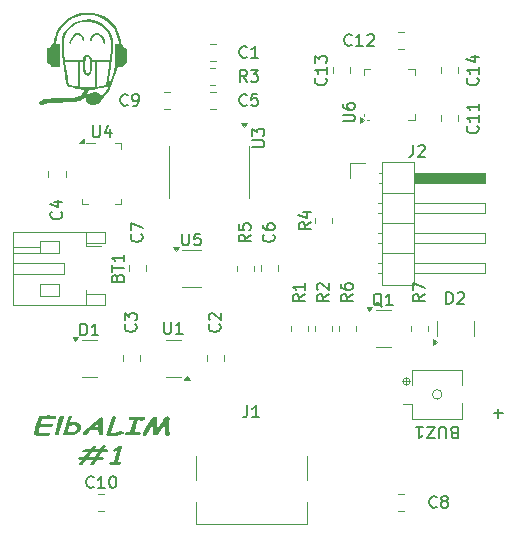
<source format=gbr>
%TF.GenerationSoftware,KiCad,Pcbnew,9.0.3*%
%TF.CreationDate,2025-07-16T11:43:19+02:00*%
%TF.ProjectId,ElbAltm1,456c6241-6c74-46d3-912e-6b696361645f,1.0*%
%TF.SameCoordinates,Original*%
%TF.FileFunction,Legend,Top*%
%TF.FilePolarity,Positive*%
%FSLAX46Y46*%
G04 Gerber Fmt 4.6, Leading zero omitted, Abs format (unit mm)*
G04 Created by KiCad (PCBNEW 9.0.3) date 2025-07-16 11:43:19*
%MOMM*%
%LPD*%
G01*
G04 APERTURE LIST*
%ADD10C,0.200000*%
%ADD11C,0.150000*%
%ADD12C,0.120000*%
%ADD13C,0.080000*%
%ADD14C,0.100000*%
%ADD15C,0.070000*%
%ADD16C,0.000000*%
G04 APERTURE END LIST*
D10*
G36*
X133125353Y-114375588D02*
G01*
X133070642Y-114370001D01*
X132864912Y-114338930D01*
X132661169Y-114328693D01*
X132558922Y-114331492D01*
X132442694Y-114340417D01*
X132188559Y-114375588D01*
X132062652Y-114785916D01*
X132594979Y-114751020D01*
X132923242Y-114733160D01*
X132994767Y-114743213D01*
X133047439Y-114771994D01*
X133070145Y-114799567D01*
X133079819Y-114833050D01*
X133075161Y-114874851D01*
X133048744Y-114930515D01*
X133006636Y-114970836D01*
X132947532Y-114998787D01*
X132866577Y-115014527D01*
X132542223Y-115032388D01*
X131960681Y-115067284D01*
X131893880Y-115274463D01*
X131860892Y-115414657D01*
X131855600Y-115477836D01*
X131862129Y-115499868D01*
X131890231Y-115507933D01*
X132026870Y-115513149D01*
X132277586Y-115510035D01*
X132528423Y-115506921D01*
X132609023Y-115500784D01*
X132688158Y-115494648D01*
X132759188Y-115503567D01*
X132811134Y-115528628D01*
X132837264Y-115556348D01*
X132848766Y-115591142D01*
X132844107Y-115636064D01*
X132819463Y-115688704D01*
X132780035Y-115728038D01*
X132724688Y-115756557D01*
X132649323Y-115774550D01*
X132475338Y-115787878D01*
X132089274Y-115794151D01*
X131855467Y-115785845D01*
X131700579Y-115765007D01*
X131603296Y-115736613D01*
X131546323Y-115703659D01*
X131506689Y-115652852D01*
X131483408Y-115572781D01*
X131484016Y-115450958D01*
X131520433Y-115271990D01*
X131568780Y-115117233D01*
X131661117Y-114858273D01*
X131753507Y-114599443D01*
X131801556Y-114445655D01*
X131817554Y-114339318D01*
X131833796Y-114232889D01*
X131866872Y-114160961D01*
X131915261Y-114114184D01*
X131979251Y-114086482D01*
X132064117Y-114076635D01*
X132119357Y-114083173D01*
X132165356Y-114102280D01*
X132326478Y-114076746D01*
X132471637Y-114060240D01*
X132612876Y-114050427D01*
X132739205Y-114047326D01*
X132964404Y-114055100D01*
X133134905Y-114075758D01*
X133261518Y-114105944D01*
X133310336Y-114128008D01*
X133339570Y-114155686D01*
X133352703Y-114190338D01*
X133348591Y-114235179D01*
X133323267Y-114284408D01*
X133274585Y-114328785D01*
X133227510Y-114355228D01*
X133178236Y-114370498D01*
X133125353Y-114375588D01*
G37*
G36*
X133613594Y-115546122D02*
G01*
X133582555Y-115624274D01*
X133542766Y-115678138D01*
X133495725Y-115713552D01*
X133440731Y-115734263D01*
X133374969Y-115741394D01*
X133303044Y-115731129D01*
X133253458Y-115702285D01*
X133227166Y-115659174D01*
X133229278Y-115601626D01*
X133623364Y-114179950D01*
X133652234Y-114125921D01*
X133706528Y-114082314D01*
X133773576Y-114056087D01*
X133848678Y-114047326D01*
X133919626Y-114056994D01*
X133968113Y-114083871D01*
X133994074Y-114124530D01*
X133992293Y-114179950D01*
X133613594Y-115546122D01*
G37*
G36*
X134622727Y-114090372D02*
G01*
X134658492Y-114110833D01*
X134675622Y-114144997D01*
X134670799Y-114200832D01*
X134654313Y-114243147D01*
X134637949Y-114285463D01*
X134529627Y-114676556D01*
X134639511Y-114638920D01*
X134736745Y-114613542D01*
X134832401Y-114597506D01*
X134917729Y-114592476D01*
X135042153Y-114600193D01*
X135147267Y-114622018D01*
X135236595Y-114656863D01*
X135312737Y-114704892D01*
X135377150Y-114767506D01*
X135430813Y-114850789D01*
X135461253Y-114943103D01*
X135467709Y-115046770D01*
X135447492Y-115164554D01*
X135402788Y-115278592D01*
X135335084Y-115382737D01*
X135243567Y-115478439D01*
X135126190Y-115566638D01*
X134989079Y-115642083D01*
X134848647Y-115694250D01*
X134703110Y-115725161D01*
X134550143Y-115735532D01*
X134426800Y-115729805D01*
X134313369Y-115713116D01*
X134208448Y-115685890D01*
X134144818Y-115714576D01*
X134077533Y-115723809D01*
X134012225Y-115714312D01*
X133964205Y-115686989D01*
X133937438Y-115646547D01*
X133938315Y-115594940D01*
X133963106Y-115519835D01*
X133988018Y-115444639D01*
X133997158Y-115411666D01*
X134325806Y-115411666D01*
X134439270Y-115446676D01*
X134537557Y-115465825D01*
X134623294Y-115471750D01*
X134732197Y-115462120D01*
X134832457Y-115433497D01*
X134926766Y-115384647D01*
X135005201Y-115321429D01*
X135061653Y-115248812D01*
X135097247Y-115165012D01*
X135110431Y-115077283D01*
X135099684Y-115005524D01*
X135068304Y-114945926D01*
X135028853Y-114906891D01*
X134979886Y-114879404D01*
X134919581Y-114862343D01*
X134844700Y-114856258D01*
X134772587Y-114863048D01*
X134675806Y-114886849D01*
X134574067Y-114922926D01*
X134445852Y-114978532D01*
X134325806Y-115411666D01*
X133997158Y-115411666D01*
X134309198Y-114286012D01*
X134339347Y-114216143D01*
X134388210Y-114155128D01*
X134442503Y-114113345D01*
X134499246Y-114090113D01*
X134560646Y-114082497D01*
X134622727Y-114090372D01*
G37*
G36*
X137199383Y-114190509D02*
G01*
X137245219Y-114213876D01*
X137277030Y-114254092D01*
X137293479Y-114318161D01*
X137286640Y-114646240D01*
X137299097Y-115319984D01*
X137329749Y-115454897D01*
X137344913Y-115537757D01*
X137341228Y-115586788D01*
X137312087Y-115640783D01*
X137255743Y-115685982D01*
X137184040Y-115715781D01*
X137113594Y-115723809D01*
X137072203Y-115714525D01*
X137032263Y-115686502D01*
X136992306Y-115630748D01*
X136953981Y-115533391D01*
X136924899Y-115407781D01*
X136909529Y-115254862D01*
X136579557Y-115279042D01*
X136377503Y-115293275D01*
X136248120Y-115307619D01*
X136138563Y-115432993D01*
X135940862Y-115644674D01*
X135883014Y-115686686D01*
X135822658Y-115710212D01*
X135757558Y-115717947D01*
X135690009Y-115708242D01*
X135635803Y-115679570D01*
X135611194Y-115652146D01*
X135600483Y-115620264D01*
X135604173Y-115581842D01*
X135654975Y-115503967D01*
X135897265Y-115227843D01*
X135892446Y-115196701D01*
X135897753Y-115168492D01*
X135918589Y-115141525D01*
X135964651Y-115115854D01*
X136048573Y-115091739D01*
X136093108Y-115049698D01*
X136514711Y-115049698D01*
X136706563Y-115032296D01*
X136898294Y-115020389D01*
X136905743Y-114674908D01*
X136514711Y-115049698D01*
X136093108Y-115049698D01*
X136316123Y-114839170D01*
X136615705Y-114569944D01*
X136880207Y-114346005D01*
X137028428Y-114234692D01*
X137102541Y-114191248D01*
X137134843Y-114182148D01*
X137199383Y-114190509D01*
G37*
G36*
X138901330Y-115659329D02*
G01*
X138707185Y-115704166D01*
X138388053Y-115750920D01*
X138089717Y-115780070D01*
X137881860Y-115788289D01*
X137773629Y-115780681D01*
X137699286Y-115760880D01*
X137649567Y-115731458D01*
X137618832Y-115692009D01*
X137606163Y-115639264D01*
X137615635Y-115567829D01*
X137732383Y-115242772D01*
X137885101Y-114784569D01*
X138041839Y-114252307D01*
X138069667Y-114198584D01*
X138122073Y-114152839D01*
X138190770Y-114121933D01*
X138266542Y-114111806D01*
X138317253Y-114116694D01*
X138357087Y-114130418D01*
X138388664Y-114152930D01*
X138415952Y-114197397D01*
X138414554Y-114252490D01*
X138256602Y-114788574D01*
X138098870Y-115261182D01*
X138003737Y-115512783D01*
X138214830Y-115500488D01*
X138491670Y-115464090D01*
X138848451Y-115396645D01*
X138909145Y-115389684D01*
X138961832Y-115395284D01*
X139001848Y-115410934D01*
X139032366Y-115436854D01*
X139055043Y-115481014D01*
X139053127Y-115531193D01*
X139026034Y-115583813D01*
X138976917Y-115626016D01*
X138901330Y-115659329D01*
G37*
G36*
X140655848Y-114481101D02*
G01*
X140281546Y-114457654D01*
X140211643Y-114661157D01*
X140124742Y-114955726D01*
X139996637Y-115413132D01*
X140359704Y-115410018D01*
X140410393Y-115414917D01*
X140450003Y-115428646D01*
X140481214Y-115451142D01*
X140508038Y-115495528D01*
X140506616Y-115549877D01*
X140479031Y-115602751D01*
X140426626Y-115648063D01*
X140358091Y-115678612D01*
X140282401Y-115688638D01*
X140057209Y-115691202D01*
X139832017Y-115693767D01*
X139732349Y-115697491D01*
X139562373Y-115711719D01*
X139392503Y-115725946D01*
X139292851Y-115729670D01*
X139242147Y-115724782D01*
X139202493Y-115711082D01*
X139171218Y-115688638D01*
X139144440Y-115644270D01*
X139145939Y-115589536D01*
X139173769Y-115535977D01*
X139226417Y-115489885D01*
X139295252Y-115458544D01*
X139370886Y-115448303D01*
X139613175Y-115436579D01*
X139738472Y-114975418D01*
X139821211Y-114701581D01*
X139912007Y-114445930D01*
X139620381Y-114451792D01*
X139569522Y-114447020D01*
X139529292Y-114433613D01*
X139497160Y-114411675D01*
X139475470Y-114383394D01*
X139466421Y-114350706D01*
X139470782Y-114311749D01*
X139499481Y-114256604D01*
X139551626Y-114212922D01*
X139614497Y-114185350D01*
X139684250Y-114172806D01*
X139825741Y-114167085D01*
X140095677Y-114164562D01*
X140374228Y-114173719D01*
X140759041Y-114205595D01*
X140828890Y-114221776D01*
X140869661Y-114248944D01*
X140888852Y-114288353D01*
X140884337Y-114346371D01*
X140865722Y-114386831D01*
X140834381Y-114420849D01*
X140788960Y-114449502D01*
X140723091Y-114473385D01*
X140655848Y-114481101D01*
G37*
G36*
X141502272Y-114883919D02*
G01*
X141194404Y-115387120D01*
X141080709Y-115618662D01*
X141024212Y-115688143D01*
X140965709Y-115732227D01*
X140904568Y-115756783D01*
X140838420Y-115764841D01*
X140780495Y-115758970D01*
X140737696Y-115742801D01*
X140706162Y-115716481D01*
X140684762Y-115672621D01*
X140687844Y-115618845D01*
X140726794Y-115509703D01*
X140792988Y-115375794D01*
X140892642Y-115212730D01*
X141151295Y-114814859D01*
X141317868Y-114498229D01*
X141405774Y-114352570D01*
X141474891Y-114260747D01*
X141528650Y-114207793D01*
X141593453Y-114166108D01*
X141658490Y-114142827D01*
X141725876Y-114135253D01*
X141781798Y-114141348D01*
X141824100Y-114158398D01*
X141856219Y-114186785D01*
X141878772Y-114229684D01*
X141895334Y-114341940D01*
X141892328Y-114595315D01*
X141888189Y-114868088D01*
X141907348Y-115172430D01*
X142138594Y-114859612D01*
X142375684Y-114505189D01*
X142515757Y-114269892D01*
X142580708Y-114200405D01*
X142645436Y-114156141D01*
X142710907Y-114131535D01*
X142779418Y-114123530D01*
X142840867Y-114132837D01*
X142888440Y-114160288D01*
X142925281Y-114210484D01*
X142948678Y-114293797D01*
X142952129Y-114377201D01*
X142940374Y-114550344D01*
X142918911Y-114843171D01*
X142915731Y-115091060D01*
X142927917Y-115299192D01*
X142951793Y-115584859D01*
X142951365Y-115643941D01*
X142920812Y-115698877D01*
X142860262Y-115745516D01*
X142788855Y-115773527D01*
X142717746Y-115782427D01*
X142655416Y-115773415D01*
X142607310Y-115747069D01*
X142570077Y-115699601D01*
X142545799Y-115621868D01*
X142540060Y-115372832D01*
X142535543Y-115167301D01*
X142548486Y-114840779D01*
X142229627Y-115273089D01*
X142097003Y-115462041D01*
X142014891Y-115568011D01*
X141943130Y-115645865D01*
X141871467Y-115701014D01*
X141797676Y-115731474D01*
X141718915Y-115741394D01*
X141662588Y-115734500D01*
X141618531Y-115714722D01*
X141583656Y-115680607D01*
X141558081Y-115627363D01*
X141536099Y-115436396D01*
X141512219Y-115170220D01*
X141502272Y-114883919D01*
G37*
G36*
X137460701Y-116576245D02*
G01*
X137510855Y-116602314D01*
X137540217Y-116641207D01*
X137540408Y-116690882D01*
X137515263Y-116739278D01*
X137401434Y-116913174D01*
X137522578Y-116910060D01*
X137619141Y-116916935D01*
X137678903Y-116934091D01*
X137713639Y-116958657D01*
X137729767Y-116991439D01*
X137726643Y-117036638D01*
X137698091Y-117091896D01*
X137648915Y-117131538D01*
X137575335Y-117158088D01*
X137500580Y-117167773D01*
X137353562Y-117172102D01*
X137296410Y-117171094D01*
X137238890Y-117171094D01*
X136956179Y-117569698D01*
X137144491Y-117569698D01*
X137256696Y-117577269D01*
X137325661Y-117596050D01*
X137365328Y-117622596D01*
X137383725Y-117657434D01*
X137380918Y-117704887D01*
X137355354Y-117752411D01*
X137308011Y-117789242D01*
X137246605Y-117812897D01*
X137179051Y-117820750D01*
X136983657Y-117821757D01*
X136789972Y-117821757D01*
X136603371Y-118114024D01*
X136559705Y-118169860D01*
X136506150Y-118207486D01*
X136441421Y-118230043D01*
X136361936Y-118237947D01*
X136295595Y-118230288D01*
X136258056Y-118210834D01*
X136240148Y-118179537D01*
X136243479Y-118129778D01*
X136280450Y-118056465D01*
X136433133Y-117821757D01*
X135886518Y-117821757D01*
X135725745Y-118022235D01*
X135625422Y-118156797D01*
X135579419Y-118202338D01*
X135521142Y-118228743D01*
X135446514Y-118237947D01*
X135383748Y-118229111D01*
X135333186Y-118203051D01*
X135309998Y-118177992D01*
X135299858Y-118149152D01*
X135303022Y-118114665D01*
X135329869Y-118074614D01*
X135521741Y-117821757D01*
X135368112Y-117821757D01*
X135321720Y-117816356D01*
X135285480Y-117800963D01*
X135256860Y-117774771D01*
X135236012Y-117731265D01*
X135238175Y-117682997D01*
X135260540Y-117636863D01*
X135296663Y-117603825D01*
X135347997Y-117581383D01*
X135419281Y-117569698D01*
X135719944Y-117569698D01*
X136087530Y-117569698D01*
X136600684Y-117569698D01*
X136875213Y-117176956D01*
X136391368Y-117176956D01*
X136087530Y-117569698D01*
X135719944Y-117569698D01*
X136026591Y-117176956D01*
X135867589Y-117176956D01*
X135709075Y-117174941D01*
X135641412Y-117165812D01*
X135593793Y-117140228D01*
X135567548Y-117101604D01*
X135568514Y-117050377D01*
X135592821Y-117000218D01*
X135632416Y-116963839D01*
X135688975Y-116938665D01*
X135767694Y-116924897D01*
X136206598Y-116913174D01*
X136347282Y-116723855D01*
X136429336Y-116643583D01*
X136490959Y-116606636D01*
X136538890Y-116596635D01*
X136618583Y-116605513D01*
X136663355Y-116627877D01*
X136684634Y-116663360D01*
X136681284Y-116719184D01*
X136651611Y-116783943D01*
X136566123Y-116913174D01*
X137043130Y-116913174D01*
X137204208Y-116669633D01*
X137260467Y-116610316D01*
X137323669Y-116577982D01*
X137396916Y-116567326D01*
X137460701Y-116576245D01*
G37*
G36*
X138583814Y-118214500D02*
G01*
X138053318Y-118214500D01*
X137949334Y-118207608D01*
X137885572Y-118190548D01*
X137849029Y-118166535D01*
X137832097Y-118135196D01*
X137834477Y-118092683D01*
X137857529Y-118045785D01*
X137897068Y-118009278D01*
X137955577Y-117981431D01*
X138038717Y-117962684D01*
X138154557Y-117955572D01*
X138212931Y-117956579D01*
X138465600Y-117045065D01*
X138342129Y-117096455D01*
X138297683Y-117106614D01*
X138229913Y-117096179D01*
X138178615Y-117065581D01*
X138149532Y-117021547D01*
X138149794Y-116970143D01*
X138167538Y-116935709D01*
X138205731Y-116897555D01*
X138271427Y-116854281D01*
X138445694Y-116770108D01*
X138636692Y-116669633D01*
X138716216Y-116637160D01*
X138785096Y-116619622D01*
X138845642Y-116614220D01*
X138896528Y-116621206D01*
X138926326Y-116639735D01*
X138940611Y-116671675D01*
X138935279Y-116725046D01*
X138826591Y-117068970D01*
X138748867Y-117315004D01*
X138637669Y-117702322D01*
X138568793Y-117950717D01*
X138656964Y-117950717D01*
X138726986Y-117960590D01*
X138776765Y-117988544D01*
X138804273Y-118030025D01*
X138803388Y-118082608D01*
X138776216Y-118133914D01*
X138724620Y-118176672D01*
X138657412Y-118205144D01*
X138583814Y-118214500D01*
G37*
D11*
X136517142Y-120091580D02*
X136469523Y-120139200D01*
X136469523Y-120139200D02*
X136326666Y-120186819D01*
X136326666Y-120186819D02*
X136231428Y-120186819D01*
X136231428Y-120186819D02*
X136088571Y-120139200D01*
X136088571Y-120139200D02*
X135993333Y-120043961D01*
X135993333Y-120043961D02*
X135945714Y-119948723D01*
X135945714Y-119948723D02*
X135898095Y-119758247D01*
X135898095Y-119758247D02*
X135898095Y-119615390D01*
X135898095Y-119615390D02*
X135945714Y-119424914D01*
X135945714Y-119424914D02*
X135993333Y-119329676D01*
X135993333Y-119329676D02*
X136088571Y-119234438D01*
X136088571Y-119234438D02*
X136231428Y-119186819D01*
X136231428Y-119186819D02*
X136326666Y-119186819D01*
X136326666Y-119186819D02*
X136469523Y-119234438D01*
X136469523Y-119234438D02*
X136517142Y-119282057D01*
X137469523Y-120186819D02*
X136898095Y-120186819D01*
X137183809Y-120186819D02*
X137183809Y-119186819D01*
X137183809Y-119186819D02*
X137088571Y-119329676D01*
X137088571Y-119329676D02*
X136993333Y-119424914D01*
X136993333Y-119424914D02*
X136898095Y-119472533D01*
X138088571Y-119186819D02*
X138183809Y-119186819D01*
X138183809Y-119186819D02*
X138279047Y-119234438D01*
X138279047Y-119234438D02*
X138326666Y-119282057D01*
X138326666Y-119282057D02*
X138374285Y-119377295D01*
X138374285Y-119377295D02*
X138421904Y-119567771D01*
X138421904Y-119567771D02*
X138421904Y-119805866D01*
X138421904Y-119805866D02*
X138374285Y-119996342D01*
X138374285Y-119996342D02*
X138326666Y-120091580D01*
X138326666Y-120091580D02*
X138279047Y-120139200D01*
X138279047Y-120139200D02*
X138183809Y-120186819D01*
X138183809Y-120186819D02*
X138088571Y-120186819D01*
X138088571Y-120186819D02*
X137993333Y-120139200D01*
X137993333Y-120139200D02*
X137945714Y-120091580D01*
X137945714Y-120091580D02*
X137898095Y-119996342D01*
X137898095Y-119996342D02*
X137850476Y-119805866D01*
X137850476Y-119805866D02*
X137850476Y-119567771D01*
X137850476Y-119567771D02*
X137898095Y-119377295D01*
X137898095Y-119377295D02*
X137945714Y-119282057D01*
X137945714Y-119282057D02*
X137993333Y-119234438D01*
X137993333Y-119234438D02*
X138088571Y-119186819D01*
X156159580Y-85478857D02*
X156207200Y-85526476D01*
X156207200Y-85526476D02*
X156254819Y-85669333D01*
X156254819Y-85669333D02*
X156254819Y-85764571D01*
X156254819Y-85764571D02*
X156207200Y-85907428D01*
X156207200Y-85907428D02*
X156111961Y-86002666D01*
X156111961Y-86002666D02*
X156016723Y-86050285D01*
X156016723Y-86050285D02*
X155826247Y-86097904D01*
X155826247Y-86097904D02*
X155683390Y-86097904D01*
X155683390Y-86097904D02*
X155492914Y-86050285D01*
X155492914Y-86050285D02*
X155397676Y-86002666D01*
X155397676Y-86002666D02*
X155302438Y-85907428D01*
X155302438Y-85907428D02*
X155254819Y-85764571D01*
X155254819Y-85764571D02*
X155254819Y-85669333D01*
X155254819Y-85669333D02*
X155302438Y-85526476D01*
X155302438Y-85526476D02*
X155350057Y-85478857D01*
X156254819Y-84526476D02*
X156254819Y-85097904D01*
X156254819Y-84812190D02*
X155254819Y-84812190D01*
X155254819Y-84812190D02*
X155397676Y-84907428D01*
X155397676Y-84907428D02*
X155492914Y-85002666D01*
X155492914Y-85002666D02*
X155540533Y-85097904D01*
X155254819Y-84193142D02*
X155254819Y-83574095D01*
X155254819Y-83574095D02*
X155635771Y-83907428D01*
X155635771Y-83907428D02*
X155635771Y-83764571D01*
X155635771Y-83764571D02*
X155683390Y-83669333D01*
X155683390Y-83669333D02*
X155731009Y-83621714D01*
X155731009Y-83621714D02*
X155826247Y-83574095D01*
X155826247Y-83574095D02*
X156064342Y-83574095D01*
X156064342Y-83574095D02*
X156159580Y-83621714D01*
X156159580Y-83621714D02*
X156207200Y-83669333D01*
X156207200Y-83669333D02*
X156254819Y-83764571D01*
X156254819Y-83764571D02*
X156254819Y-84050285D01*
X156254819Y-84050285D02*
X156207200Y-84145523D01*
X156207200Y-84145523D02*
X156159580Y-84193142D01*
X149958819Y-91328904D02*
X150768342Y-91328904D01*
X150768342Y-91328904D02*
X150863580Y-91281285D01*
X150863580Y-91281285D02*
X150911200Y-91233666D01*
X150911200Y-91233666D02*
X150958819Y-91138428D01*
X150958819Y-91138428D02*
X150958819Y-90947952D01*
X150958819Y-90947952D02*
X150911200Y-90852714D01*
X150911200Y-90852714D02*
X150863580Y-90805095D01*
X150863580Y-90805095D02*
X150768342Y-90757476D01*
X150768342Y-90757476D02*
X149958819Y-90757476D01*
X149958819Y-90376523D02*
X149958819Y-89757476D01*
X149958819Y-89757476D02*
X150339771Y-90090809D01*
X150339771Y-90090809D02*
X150339771Y-89947952D01*
X150339771Y-89947952D02*
X150387390Y-89852714D01*
X150387390Y-89852714D02*
X150435009Y-89805095D01*
X150435009Y-89805095D02*
X150530247Y-89757476D01*
X150530247Y-89757476D02*
X150768342Y-89757476D01*
X150768342Y-89757476D02*
X150863580Y-89805095D01*
X150863580Y-89805095D02*
X150911200Y-89852714D01*
X150911200Y-89852714D02*
X150958819Y-89947952D01*
X150958819Y-89947952D02*
X150958819Y-90233666D01*
X150958819Y-90233666D02*
X150911200Y-90328904D01*
X150911200Y-90328904D02*
X150863580Y-90376523D01*
X165568333Y-121771580D02*
X165520714Y-121819200D01*
X165520714Y-121819200D02*
X165377857Y-121866819D01*
X165377857Y-121866819D02*
X165282619Y-121866819D01*
X165282619Y-121866819D02*
X165139762Y-121819200D01*
X165139762Y-121819200D02*
X165044524Y-121723961D01*
X165044524Y-121723961D02*
X164996905Y-121628723D01*
X164996905Y-121628723D02*
X164949286Y-121438247D01*
X164949286Y-121438247D02*
X164949286Y-121295390D01*
X164949286Y-121295390D02*
X164996905Y-121104914D01*
X164996905Y-121104914D02*
X165044524Y-121009676D01*
X165044524Y-121009676D02*
X165139762Y-120914438D01*
X165139762Y-120914438D02*
X165282619Y-120866819D01*
X165282619Y-120866819D02*
X165377857Y-120866819D01*
X165377857Y-120866819D02*
X165520714Y-120914438D01*
X165520714Y-120914438D02*
X165568333Y-120962057D01*
X166139762Y-121295390D02*
X166044524Y-121247771D01*
X166044524Y-121247771D02*
X165996905Y-121200152D01*
X165996905Y-121200152D02*
X165949286Y-121104914D01*
X165949286Y-121104914D02*
X165949286Y-121057295D01*
X165949286Y-121057295D02*
X165996905Y-120962057D01*
X165996905Y-120962057D02*
X166044524Y-120914438D01*
X166044524Y-120914438D02*
X166139762Y-120866819D01*
X166139762Y-120866819D02*
X166330238Y-120866819D01*
X166330238Y-120866819D02*
X166425476Y-120914438D01*
X166425476Y-120914438D02*
X166473095Y-120962057D01*
X166473095Y-120962057D02*
X166520714Y-121057295D01*
X166520714Y-121057295D02*
X166520714Y-121104914D01*
X166520714Y-121104914D02*
X166473095Y-121200152D01*
X166473095Y-121200152D02*
X166425476Y-121247771D01*
X166425476Y-121247771D02*
X166330238Y-121295390D01*
X166330238Y-121295390D02*
X166139762Y-121295390D01*
X166139762Y-121295390D02*
X166044524Y-121343009D01*
X166044524Y-121343009D02*
X165996905Y-121390628D01*
X165996905Y-121390628D02*
X165949286Y-121485866D01*
X165949286Y-121485866D02*
X165949286Y-121676342D01*
X165949286Y-121676342D02*
X165996905Y-121771580D01*
X165996905Y-121771580D02*
X166044524Y-121819200D01*
X166044524Y-121819200D02*
X166139762Y-121866819D01*
X166139762Y-121866819D02*
X166330238Y-121866819D01*
X166330238Y-121866819D02*
X166425476Y-121819200D01*
X166425476Y-121819200D02*
X166473095Y-121771580D01*
X166473095Y-121771580D02*
X166520714Y-121676342D01*
X166520714Y-121676342D02*
X166520714Y-121485866D01*
X166520714Y-121485866D02*
X166473095Y-121390628D01*
X166473095Y-121390628D02*
X166425476Y-121343009D01*
X166425476Y-121343009D02*
X166330238Y-121295390D01*
X158442819Y-103798666D02*
X157966628Y-104131999D01*
X158442819Y-104370094D02*
X157442819Y-104370094D01*
X157442819Y-104370094D02*
X157442819Y-103989142D01*
X157442819Y-103989142D02*
X157490438Y-103893904D01*
X157490438Y-103893904D02*
X157538057Y-103846285D01*
X157538057Y-103846285D02*
X157633295Y-103798666D01*
X157633295Y-103798666D02*
X157776152Y-103798666D01*
X157776152Y-103798666D02*
X157871390Y-103846285D01*
X157871390Y-103846285D02*
X157919009Y-103893904D01*
X157919009Y-103893904D02*
X157966628Y-103989142D01*
X157966628Y-103989142D02*
X157966628Y-104370094D01*
X157442819Y-102941523D02*
X157442819Y-103131999D01*
X157442819Y-103131999D02*
X157490438Y-103227237D01*
X157490438Y-103227237D02*
X157538057Y-103274856D01*
X157538057Y-103274856D02*
X157680914Y-103370094D01*
X157680914Y-103370094D02*
X157871390Y-103417713D01*
X157871390Y-103417713D02*
X158252342Y-103417713D01*
X158252342Y-103417713D02*
X158347580Y-103370094D01*
X158347580Y-103370094D02*
X158395200Y-103322475D01*
X158395200Y-103322475D02*
X158442819Y-103227237D01*
X158442819Y-103227237D02*
X158442819Y-103036761D01*
X158442819Y-103036761D02*
X158395200Y-102941523D01*
X158395200Y-102941523D02*
X158347580Y-102893904D01*
X158347580Y-102893904D02*
X158252342Y-102846285D01*
X158252342Y-102846285D02*
X158014247Y-102846285D01*
X158014247Y-102846285D02*
X157919009Y-102893904D01*
X157919009Y-102893904D02*
X157871390Y-102941523D01*
X157871390Y-102941523D02*
X157823771Y-103036761D01*
X157823771Y-103036761D02*
X157823771Y-103227237D01*
X157823771Y-103227237D02*
X157871390Y-103322475D01*
X157871390Y-103322475D02*
X157919009Y-103370094D01*
X157919009Y-103370094D02*
X158014247Y-103417713D01*
X136457095Y-89487819D02*
X136457095Y-90297342D01*
X136457095Y-90297342D02*
X136504714Y-90392580D01*
X136504714Y-90392580D02*
X136552333Y-90440200D01*
X136552333Y-90440200D02*
X136647571Y-90487819D01*
X136647571Y-90487819D02*
X136838047Y-90487819D01*
X136838047Y-90487819D02*
X136933285Y-90440200D01*
X136933285Y-90440200D02*
X136980904Y-90392580D01*
X136980904Y-90392580D02*
X137028523Y-90297342D01*
X137028523Y-90297342D02*
X137028523Y-89487819D01*
X137933285Y-89821152D02*
X137933285Y-90487819D01*
X137695190Y-89440200D02*
X137457095Y-90154485D01*
X137457095Y-90154485D02*
X138076142Y-90154485D01*
X169015580Y-85478857D02*
X169063200Y-85526476D01*
X169063200Y-85526476D02*
X169110819Y-85669333D01*
X169110819Y-85669333D02*
X169110819Y-85764571D01*
X169110819Y-85764571D02*
X169063200Y-85907428D01*
X169063200Y-85907428D02*
X168967961Y-86002666D01*
X168967961Y-86002666D02*
X168872723Y-86050285D01*
X168872723Y-86050285D02*
X168682247Y-86097904D01*
X168682247Y-86097904D02*
X168539390Y-86097904D01*
X168539390Y-86097904D02*
X168348914Y-86050285D01*
X168348914Y-86050285D02*
X168253676Y-86002666D01*
X168253676Y-86002666D02*
X168158438Y-85907428D01*
X168158438Y-85907428D02*
X168110819Y-85764571D01*
X168110819Y-85764571D02*
X168110819Y-85669333D01*
X168110819Y-85669333D02*
X168158438Y-85526476D01*
X168158438Y-85526476D02*
X168206057Y-85478857D01*
X169110819Y-84526476D02*
X169110819Y-85097904D01*
X169110819Y-84812190D02*
X168110819Y-84812190D01*
X168110819Y-84812190D02*
X168253676Y-84907428D01*
X168253676Y-84907428D02*
X168348914Y-85002666D01*
X168348914Y-85002666D02*
X168396533Y-85097904D01*
X168444152Y-83669333D02*
X169110819Y-83669333D01*
X168063200Y-83907428D02*
X168777485Y-84145523D01*
X168777485Y-84145523D02*
X168777485Y-83526476D01*
X149806819Y-98740166D02*
X149330628Y-99073499D01*
X149806819Y-99311594D02*
X148806819Y-99311594D01*
X148806819Y-99311594D02*
X148806819Y-98930642D01*
X148806819Y-98930642D02*
X148854438Y-98835404D01*
X148854438Y-98835404D02*
X148902057Y-98787785D01*
X148902057Y-98787785D02*
X148997295Y-98740166D01*
X148997295Y-98740166D02*
X149140152Y-98740166D01*
X149140152Y-98740166D02*
X149235390Y-98787785D01*
X149235390Y-98787785D02*
X149283009Y-98835404D01*
X149283009Y-98835404D02*
X149330628Y-98930642D01*
X149330628Y-98930642D02*
X149330628Y-99311594D01*
X148806819Y-97835404D02*
X148806819Y-98311594D01*
X148806819Y-98311594D02*
X149283009Y-98359213D01*
X149283009Y-98359213D02*
X149235390Y-98311594D01*
X149235390Y-98311594D02*
X149187771Y-98216356D01*
X149187771Y-98216356D02*
X149187771Y-97978261D01*
X149187771Y-97978261D02*
X149235390Y-97883023D01*
X149235390Y-97883023D02*
X149283009Y-97835404D01*
X149283009Y-97835404D02*
X149378247Y-97787785D01*
X149378247Y-97787785D02*
X149616342Y-97787785D01*
X149616342Y-97787785D02*
X149711580Y-97835404D01*
X149711580Y-97835404D02*
X149759200Y-97883023D01*
X149759200Y-97883023D02*
X149806819Y-97978261D01*
X149806819Y-97978261D02*
X149806819Y-98216356D01*
X149806819Y-98216356D02*
X149759200Y-98311594D01*
X149759200Y-98311594D02*
X149711580Y-98359213D01*
X154378819Y-103798666D02*
X153902628Y-104131999D01*
X154378819Y-104370094D02*
X153378819Y-104370094D01*
X153378819Y-104370094D02*
X153378819Y-103989142D01*
X153378819Y-103989142D02*
X153426438Y-103893904D01*
X153426438Y-103893904D02*
X153474057Y-103846285D01*
X153474057Y-103846285D02*
X153569295Y-103798666D01*
X153569295Y-103798666D02*
X153712152Y-103798666D01*
X153712152Y-103798666D02*
X153807390Y-103846285D01*
X153807390Y-103846285D02*
X153855009Y-103893904D01*
X153855009Y-103893904D02*
X153902628Y-103989142D01*
X153902628Y-103989142D02*
X153902628Y-104370094D01*
X154378819Y-102846285D02*
X154378819Y-103417713D01*
X154378819Y-103131999D02*
X153378819Y-103131999D01*
X153378819Y-103131999D02*
X153521676Y-103227237D01*
X153521676Y-103227237D02*
X153616914Y-103322475D01*
X153616914Y-103322475D02*
X153664533Y-103417713D01*
X156410819Y-103798666D02*
X155934628Y-104131999D01*
X156410819Y-104370094D02*
X155410819Y-104370094D01*
X155410819Y-104370094D02*
X155410819Y-103989142D01*
X155410819Y-103989142D02*
X155458438Y-103893904D01*
X155458438Y-103893904D02*
X155506057Y-103846285D01*
X155506057Y-103846285D02*
X155601295Y-103798666D01*
X155601295Y-103798666D02*
X155744152Y-103798666D01*
X155744152Y-103798666D02*
X155839390Y-103846285D01*
X155839390Y-103846285D02*
X155887009Y-103893904D01*
X155887009Y-103893904D02*
X155934628Y-103989142D01*
X155934628Y-103989142D02*
X155934628Y-104370094D01*
X155506057Y-103417713D02*
X155458438Y-103370094D01*
X155458438Y-103370094D02*
X155410819Y-103274856D01*
X155410819Y-103274856D02*
X155410819Y-103036761D01*
X155410819Y-103036761D02*
X155458438Y-102941523D01*
X155458438Y-102941523D02*
X155506057Y-102893904D01*
X155506057Y-102893904D02*
X155601295Y-102846285D01*
X155601295Y-102846285D02*
X155696533Y-102846285D01*
X155696533Y-102846285D02*
X155839390Y-102893904D01*
X155839390Y-102893904D02*
X156410819Y-103465332D01*
X156410819Y-103465332D02*
X156410819Y-102846285D01*
X169015580Y-89542857D02*
X169063200Y-89590476D01*
X169063200Y-89590476D02*
X169110819Y-89733333D01*
X169110819Y-89733333D02*
X169110819Y-89828571D01*
X169110819Y-89828571D02*
X169063200Y-89971428D01*
X169063200Y-89971428D02*
X168967961Y-90066666D01*
X168967961Y-90066666D02*
X168872723Y-90114285D01*
X168872723Y-90114285D02*
X168682247Y-90161904D01*
X168682247Y-90161904D02*
X168539390Y-90161904D01*
X168539390Y-90161904D02*
X168348914Y-90114285D01*
X168348914Y-90114285D02*
X168253676Y-90066666D01*
X168253676Y-90066666D02*
X168158438Y-89971428D01*
X168158438Y-89971428D02*
X168110819Y-89828571D01*
X168110819Y-89828571D02*
X168110819Y-89733333D01*
X168110819Y-89733333D02*
X168158438Y-89590476D01*
X168158438Y-89590476D02*
X168206057Y-89542857D01*
X169110819Y-88590476D02*
X169110819Y-89161904D01*
X169110819Y-88876190D02*
X168110819Y-88876190D01*
X168110819Y-88876190D02*
X168253676Y-88971428D01*
X168253676Y-88971428D02*
X168348914Y-89066666D01*
X168348914Y-89066666D02*
X168396533Y-89161904D01*
X169110819Y-87638095D02*
X169110819Y-88209523D01*
X169110819Y-87923809D02*
X168110819Y-87923809D01*
X168110819Y-87923809D02*
X168253676Y-88019047D01*
X168253676Y-88019047D02*
X168348914Y-88114285D01*
X168348914Y-88114285D02*
X168396533Y-88209523D01*
X166393905Y-104594819D02*
X166393905Y-103594819D01*
X166393905Y-103594819D02*
X166632000Y-103594819D01*
X166632000Y-103594819D02*
X166774857Y-103642438D01*
X166774857Y-103642438D02*
X166870095Y-103737676D01*
X166870095Y-103737676D02*
X166917714Y-103832914D01*
X166917714Y-103832914D02*
X166965333Y-104023390D01*
X166965333Y-104023390D02*
X166965333Y-104166247D01*
X166965333Y-104166247D02*
X166917714Y-104356723D01*
X166917714Y-104356723D02*
X166870095Y-104451961D01*
X166870095Y-104451961D02*
X166774857Y-104547200D01*
X166774857Y-104547200D02*
X166632000Y-104594819D01*
X166632000Y-104594819D02*
X166393905Y-104594819D01*
X167346286Y-103690057D02*
X167393905Y-103642438D01*
X167393905Y-103642438D02*
X167489143Y-103594819D01*
X167489143Y-103594819D02*
X167727238Y-103594819D01*
X167727238Y-103594819D02*
X167822476Y-103642438D01*
X167822476Y-103642438D02*
X167870095Y-103690057D01*
X167870095Y-103690057D02*
X167917714Y-103785295D01*
X167917714Y-103785295D02*
X167917714Y-103880533D01*
X167917714Y-103880533D02*
X167870095Y-104023390D01*
X167870095Y-104023390D02*
X167298667Y-104594819D01*
X167298667Y-104594819D02*
X167917714Y-104594819D01*
X157623819Y-89153904D02*
X158433342Y-89153904D01*
X158433342Y-89153904D02*
X158528580Y-89106285D01*
X158528580Y-89106285D02*
X158576200Y-89058666D01*
X158576200Y-89058666D02*
X158623819Y-88963428D01*
X158623819Y-88963428D02*
X158623819Y-88772952D01*
X158623819Y-88772952D02*
X158576200Y-88677714D01*
X158576200Y-88677714D02*
X158528580Y-88630095D01*
X158528580Y-88630095D02*
X158433342Y-88582476D01*
X158433342Y-88582476D02*
X157623819Y-88582476D01*
X157623819Y-87677714D02*
X157623819Y-87868190D01*
X157623819Y-87868190D02*
X157671438Y-87963428D01*
X157671438Y-87963428D02*
X157719057Y-88011047D01*
X157719057Y-88011047D02*
X157861914Y-88106285D01*
X157861914Y-88106285D02*
X158052390Y-88153904D01*
X158052390Y-88153904D02*
X158433342Y-88153904D01*
X158433342Y-88153904D02*
X158528580Y-88106285D01*
X158528580Y-88106285D02*
X158576200Y-88058666D01*
X158576200Y-88058666D02*
X158623819Y-87963428D01*
X158623819Y-87963428D02*
X158623819Y-87772952D01*
X158623819Y-87772952D02*
X158576200Y-87677714D01*
X158576200Y-87677714D02*
X158528580Y-87630095D01*
X158528580Y-87630095D02*
X158433342Y-87582476D01*
X158433342Y-87582476D02*
X158195247Y-87582476D01*
X158195247Y-87582476D02*
X158100009Y-87630095D01*
X158100009Y-87630095D02*
X158052390Y-87677714D01*
X158052390Y-87677714D02*
X158004771Y-87772952D01*
X158004771Y-87772952D02*
X158004771Y-87963428D01*
X158004771Y-87963428D02*
X158052390Y-88058666D01*
X158052390Y-88058666D02*
X158100009Y-88106285D01*
X158100009Y-88106285D02*
X158195247Y-88153904D01*
X135405905Y-107274819D02*
X135405905Y-106274819D01*
X135405905Y-106274819D02*
X135644000Y-106274819D01*
X135644000Y-106274819D02*
X135786857Y-106322438D01*
X135786857Y-106322438D02*
X135882095Y-106417676D01*
X135882095Y-106417676D02*
X135929714Y-106512914D01*
X135929714Y-106512914D02*
X135977333Y-106703390D01*
X135977333Y-106703390D02*
X135977333Y-106846247D01*
X135977333Y-106846247D02*
X135929714Y-107036723D01*
X135929714Y-107036723D02*
X135882095Y-107131961D01*
X135882095Y-107131961D02*
X135786857Y-107227200D01*
X135786857Y-107227200D02*
X135644000Y-107274819D01*
X135644000Y-107274819D02*
X135405905Y-107274819D01*
X136929714Y-107274819D02*
X136358286Y-107274819D01*
X136644000Y-107274819D02*
X136644000Y-106274819D01*
X136644000Y-106274819D02*
X136548762Y-106417676D01*
X136548762Y-106417676D02*
X136453524Y-106512914D01*
X136453524Y-106512914D02*
X136358286Y-106560533D01*
X147171580Y-106338666D02*
X147219200Y-106386285D01*
X147219200Y-106386285D02*
X147266819Y-106529142D01*
X147266819Y-106529142D02*
X147266819Y-106624380D01*
X147266819Y-106624380D02*
X147219200Y-106767237D01*
X147219200Y-106767237D02*
X147123961Y-106862475D01*
X147123961Y-106862475D02*
X147028723Y-106910094D01*
X147028723Y-106910094D02*
X146838247Y-106957713D01*
X146838247Y-106957713D02*
X146695390Y-106957713D01*
X146695390Y-106957713D02*
X146504914Y-106910094D01*
X146504914Y-106910094D02*
X146409676Y-106862475D01*
X146409676Y-106862475D02*
X146314438Y-106767237D01*
X146314438Y-106767237D02*
X146266819Y-106624380D01*
X146266819Y-106624380D02*
X146266819Y-106529142D01*
X146266819Y-106529142D02*
X146314438Y-106386285D01*
X146314438Y-106386285D02*
X146362057Y-106338666D01*
X146362057Y-105957713D02*
X146314438Y-105910094D01*
X146314438Y-105910094D02*
X146266819Y-105814856D01*
X146266819Y-105814856D02*
X146266819Y-105576761D01*
X146266819Y-105576761D02*
X146314438Y-105481523D01*
X146314438Y-105481523D02*
X146362057Y-105433904D01*
X146362057Y-105433904D02*
X146457295Y-105386285D01*
X146457295Y-105386285D02*
X146552533Y-105386285D01*
X146552533Y-105386285D02*
X146695390Y-105433904D01*
X146695390Y-105433904D02*
X147266819Y-106005332D01*
X147266819Y-106005332D02*
X147266819Y-105386285D01*
X140567580Y-98718666D02*
X140615200Y-98766285D01*
X140615200Y-98766285D02*
X140662819Y-98909142D01*
X140662819Y-98909142D02*
X140662819Y-99004380D01*
X140662819Y-99004380D02*
X140615200Y-99147237D01*
X140615200Y-99147237D02*
X140519961Y-99242475D01*
X140519961Y-99242475D02*
X140424723Y-99290094D01*
X140424723Y-99290094D02*
X140234247Y-99337713D01*
X140234247Y-99337713D02*
X140091390Y-99337713D01*
X140091390Y-99337713D02*
X139900914Y-99290094D01*
X139900914Y-99290094D02*
X139805676Y-99242475D01*
X139805676Y-99242475D02*
X139710438Y-99147237D01*
X139710438Y-99147237D02*
X139662819Y-99004380D01*
X139662819Y-99004380D02*
X139662819Y-98909142D01*
X139662819Y-98909142D02*
X139710438Y-98766285D01*
X139710438Y-98766285D02*
X139758057Y-98718666D01*
X139662819Y-98385332D02*
X139662819Y-97718666D01*
X139662819Y-97718666D02*
X140662819Y-98147237D01*
X144018095Y-98654819D02*
X144018095Y-99464342D01*
X144018095Y-99464342D02*
X144065714Y-99559580D01*
X144065714Y-99559580D02*
X144113333Y-99607200D01*
X144113333Y-99607200D02*
X144208571Y-99654819D01*
X144208571Y-99654819D02*
X144399047Y-99654819D01*
X144399047Y-99654819D02*
X144494285Y-99607200D01*
X144494285Y-99607200D02*
X144541904Y-99559580D01*
X144541904Y-99559580D02*
X144589523Y-99464342D01*
X144589523Y-99464342D02*
X144589523Y-98654819D01*
X145541904Y-98654819D02*
X145065714Y-98654819D01*
X145065714Y-98654819D02*
X145018095Y-99131009D01*
X145018095Y-99131009D02*
X145065714Y-99083390D01*
X145065714Y-99083390D02*
X145160952Y-99035771D01*
X145160952Y-99035771D02*
X145399047Y-99035771D01*
X145399047Y-99035771D02*
X145494285Y-99083390D01*
X145494285Y-99083390D02*
X145541904Y-99131009D01*
X145541904Y-99131009D02*
X145589523Y-99226247D01*
X145589523Y-99226247D02*
X145589523Y-99464342D01*
X145589523Y-99464342D02*
X145541904Y-99559580D01*
X145541904Y-99559580D02*
X145494285Y-99607200D01*
X145494285Y-99607200D02*
X145399047Y-99654819D01*
X145399047Y-99654819D02*
X145160952Y-99654819D01*
X145160952Y-99654819D02*
X145065714Y-99607200D01*
X145065714Y-99607200D02*
X145018095Y-99559580D01*
X163563666Y-91164819D02*
X163563666Y-91879104D01*
X163563666Y-91879104D02*
X163516047Y-92021961D01*
X163516047Y-92021961D02*
X163420809Y-92117200D01*
X163420809Y-92117200D02*
X163277952Y-92164819D01*
X163277952Y-92164819D02*
X163182714Y-92164819D01*
X163992238Y-91260057D02*
X164039857Y-91212438D01*
X164039857Y-91212438D02*
X164135095Y-91164819D01*
X164135095Y-91164819D02*
X164373190Y-91164819D01*
X164373190Y-91164819D02*
X164468428Y-91212438D01*
X164468428Y-91212438D02*
X164516047Y-91260057D01*
X164516047Y-91260057D02*
X164563666Y-91355295D01*
X164563666Y-91355295D02*
X164563666Y-91450533D01*
X164563666Y-91450533D02*
X164516047Y-91593390D01*
X164516047Y-91593390D02*
X163944619Y-92164819D01*
X163944619Y-92164819D02*
X164563666Y-92164819D01*
X167012761Y-115511990D02*
X166869904Y-115464371D01*
X166869904Y-115464371D02*
X166822285Y-115416752D01*
X166822285Y-115416752D02*
X166774666Y-115321514D01*
X166774666Y-115321514D02*
X166774666Y-115178657D01*
X166774666Y-115178657D02*
X166822285Y-115083419D01*
X166822285Y-115083419D02*
X166869904Y-115035800D01*
X166869904Y-115035800D02*
X166965142Y-114988180D01*
X166965142Y-114988180D02*
X167346094Y-114988180D01*
X167346094Y-114988180D02*
X167346094Y-115988180D01*
X167346094Y-115988180D02*
X167012761Y-115988180D01*
X167012761Y-115988180D02*
X166917523Y-115940561D01*
X166917523Y-115940561D02*
X166869904Y-115892942D01*
X166869904Y-115892942D02*
X166822285Y-115797704D01*
X166822285Y-115797704D02*
X166822285Y-115702466D01*
X166822285Y-115702466D02*
X166869904Y-115607228D01*
X166869904Y-115607228D02*
X166917523Y-115559609D01*
X166917523Y-115559609D02*
X167012761Y-115511990D01*
X167012761Y-115511990D02*
X167346094Y-115511990D01*
X166346094Y-115988180D02*
X166346094Y-115178657D01*
X166346094Y-115178657D02*
X166298475Y-115083419D01*
X166298475Y-115083419D02*
X166250856Y-115035800D01*
X166250856Y-115035800D02*
X166155618Y-114988180D01*
X166155618Y-114988180D02*
X165965142Y-114988180D01*
X165965142Y-114988180D02*
X165869904Y-115035800D01*
X165869904Y-115035800D02*
X165822285Y-115083419D01*
X165822285Y-115083419D02*
X165774666Y-115178657D01*
X165774666Y-115178657D02*
X165774666Y-115988180D01*
X165393713Y-115988180D02*
X164727047Y-115988180D01*
X164727047Y-115988180D02*
X165393713Y-114988180D01*
X165393713Y-114988180D02*
X164727047Y-114988180D01*
X163822285Y-114988180D02*
X164393713Y-114988180D01*
X164107999Y-114988180D02*
X164107999Y-115988180D01*
X164107999Y-115988180D02*
X164203237Y-115845323D01*
X164203237Y-115845323D02*
X164298475Y-115750085D01*
X164298475Y-115750085D02*
X164393713Y-115702466D01*
X170781866Y-114248951D02*
X170781866Y-113487047D01*
X171162819Y-113867999D02*
X170400914Y-113867999D01*
X149489333Y-83671580D02*
X149441714Y-83719200D01*
X149441714Y-83719200D02*
X149298857Y-83766819D01*
X149298857Y-83766819D02*
X149203619Y-83766819D01*
X149203619Y-83766819D02*
X149060762Y-83719200D01*
X149060762Y-83719200D02*
X148965524Y-83623961D01*
X148965524Y-83623961D02*
X148917905Y-83528723D01*
X148917905Y-83528723D02*
X148870286Y-83338247D01*
X148870286Y-83338247D02*
X148870286Y-83195390D01*
X148870286Y-83195390D02*
X148917905Y-83004914D01*
X148917905Y-83004914D02*
X148965524Y-82909676D01*
X148965524Y-82909676D02*
X149060762Y-82814438D01*
X149060762Y-82814438D02*
X149203619Y-82766819D01*
X149203619Y-82766819D02*
X149298857Y-82766819D01*
X149298857Y-82766819D02*
X149441714Y-82814438D01*
X149441714Y-82814438D02*
X149489333Y-82862057D01*
X150441714Y-83766819D02*
X149870286Y-83766819D01*
X150156000Y-83766819D02*
X150156000Y-82766819D01*
X150156000Y-82766819D02*
X150060762Y-82909676D01*
X150060762Y-82909676D02*
X149965524Y-83004914D01*
X149965524Y-83004914D02*
X149870286Y-83052533D01*
X133768580Y-96803666D02*
X133816200Y-96851285D01*
X133816200Y-96851285D02*
X133863819Y-96994142D01*
X133863819Y-96994142D02*
X133863819Y-97089380D01*
X133863819Y-97089380D02*
X133816200Y-97232237D01*
X133816200Y-97232237D02*
X133720961Y-97327475D01*
X133720961Y-97327475D02*
X133625723Y-97375094D01*
X133625723Y-97375094D02*
X133435247Y-97422713D01*
X133435247Y-97422713D02*
X133292390Y-97422713D01*
X133292390Y-97422713D02*
X133101914Y-97375094D01*
X133101914Y-97375094D02*
X133006676Y-97327475D01*
X133006676Y-97327475D02*
X132911438Y-97232237D01*
X132911438Y-97232237D02*
X132863819Y-97089380D01*
X132863819Y-97089380D02*
X132863819Y-96994142D01*
X132863819Y-96994142D02*
X132911438Y-96851285D01*
X132911438Y-96851285D02*
X132959057Y-96803666D01*
X133197152Y-95946523D02*
X133863819Y-95946523D01*
X132816200Y-96184618D02*
X133530485Y-96422713D01*
X133530485Y-96422713D02*
X133530485Y-95803666D01*
X149526666Y-113189819D02*
X149526666Y-113904104D01*
X149526666Y-113904104D02*
X149479047Y-114046961D01*
X149479047Y-114046961D02*
X149383809Y-114142200D01*
X149383809Y-114142200D02*
X149240952Y-114189819D01*
X149240952Y-114189819D02*
X149145714Y-114189819D01*
X150526666Y-114189819D02*
X149955238Y-114189819D01*
X150240952Y-114189819D02*
X150240952Y-113189819D01*
X150240952Y-113189819D02*
X150145714Y-113332676D01*
X150145714Y-113332676D02*
X150050476Y-113427914D01*
X150050476Y-113427914D02*
X149955238Y-113475533D01*
X164538819Y-103798666D02*
X164062628Y-104131999D01*
X164538819Y-104370094D02*
X163538819Y-104370094D01*
X163538819Y-104370094D02*
X163538819Y-103989142D01*
X163538819Y-103989142D02*
X163586438Y-103893904D01*
X163586438Y-103893904D02*
X163634057Y-103846285D01*
X163634057Y-103846285D02*
X163729295Y-103798666D01*
X163729295Y-103798666D02*
X163872152Y-103798666D01*
X163872152Y-103798666D02*
X163967390Y-103846285D01*
X163967390Y-103846285D02*
X164015009Y-103893904D01*
X164015009Y-103893904D02*
X164062628Y-103989142D01*
X164062628Y-103989142D02*
X164062628Y-104370094D01*
X163538819Y-103465332D02*
X163538819Y-102798666D01*
X163538819Y-102798666D02*
X164538819Y-103227237D01*
X139406333Y-87735580D02*
X139358714Y-87783200D01*
X139358714Y-87783200D02*
X139215857Y-87830819D01*
X139215857Y-87830819D02*
X139120619Y-87830819D01*
X139120619Y-87830819D02*
X138977762Y-87783200D01*
X138977762Y-87783200D02*
X138882524Y-87687961D01*
X138882524Y-87687961D02*
X138834905Y-87592723D01*
X138834905Y-87592723D02*
X138787286Y-87402247D01*
X138787286Y-87402247D02*
X138787286Y-87259390D01*
X138787286Y-87259390D02*
X138834905Y-87068914D01*
X138834905Y-87068914D02*
X138882524Y-86973676D01*
X138882524Y-86973676D02*
X138977762Y-86878438D01*
X138977762Y-86878438D02*
X139120619Y-86830819D01*
X139120619Y-86830819D02*
X139215857Y-86830819D01*
X139215857Y-86830819D02*
X139358714Y-86878438D01*
X139358714Y-86878438D02*
X139406333Y-86926057D01*
X139882524Y-87830819D02*
X140073000Y-87830819D01*
X140073000Y-87830819D02*
X140168238Y-87783200D01*
X140168238Y-87783200D02*
X140215857Y-87735580D01*
X140215857Y-87735580D02*
X140311095Y-87592723D01*
X140311095Y-87592723D02*
X140358714Y-87402247D01*
X140358714Y-87402247D02*
X140358714Y-87021295D01*
X140358714Y-87021295D02*
X140311095Y-86926057D01*
X140311095Y-86926057D02*
X140263476Y-86878438D01*
X140263476Y-86878438D02*
X140168238Y-86830819D01*
X140168238Y-86830819D02*
X139977762Y-86830819D01*
X139977762Y-86830819D02*
X139882524Y-86878438D01*
X139882524Y-86878438D02*
X139834905Y-86926057D01*
X139834905Y-86926057D02*
X139787286Y-87021295D01*
X139787286Y-87021295D02*
X139787286Y-87259390D01*
X139787286Y-87259390D02*
X139834905Y-87354628D01*
X139834905Y-87354628D02*
X139882524Y-87402247D01*
X139882524Y-87402247D02*
X139977762Y-87449866D01*
X139977762Y-87449866D02*
X140168238Y-87449866D01*
X140168238Y-87449866D02*
X140263476Y-87402247D01*
X140263476Y-87402247D02*
X140311095Y-87354628D01*
X140311095Y-87354628D02*
X140358714Y-87259390D01*
X149489333Y-87735580D02*
X149441714Y-87783200D01*
X149441714Y-87783200D02*
X149298857Y-87830819D01*
X149298857Y-87830819D02*
X149203619Y-87830819D01*
X149203619Y-87830819D02*
X149060762Y-87783200D01*
X149060762Y-87783200D02*
X148965524Y-87687961D01*
X148965524Y-87687961D02*
X148917905Y-87592723D01*
X148917905Y-87592723D02*
X148870286Y-87402247D01*
X148870286Y-87402247D02*
X148870286Y-87259390D01*
X148870286Y-87259390D02*
X148917905Y-87068914D01*
X148917905Y-87068914D02*
X148965524Y-86973676D01*
X148965524Y-86973676D02*
X149060762Y-86878438D01*
X149060762Y-86878438D02*
X149203619Y-86830819D01*
X149203619Y-86830819D02*
X149298857Y-86830819D01*
X149298857Y-86830819D02*
X149441714Y-86878438D01*
X149441714Y-86878438D02*
X149489333Y-86926057D01*
X150394095Y-86830819D02*
X149917905Y-86830819D01*
X149917905Y-86830819D02*
X149870286Y-87307009D01*
X149870286Y-87307009D02*
X149917905Y-87259390D01*
X149917905Y-87259390D02*
X150013143Y-87211771D01*
X150013143Y-87211771D02*
X150251238Y-87211771D01*
X150251238Y-87211771D02*
X150346476Y-87259390D01*
X150346476Y-87259390D02*
X150394095Y-87307009D01*
X150394095Y-87307009D02*
X150441714Y-87402247D01*
X150441714Y-87402247D02*
X150441714Y-87640342D01*
X150441714Y-87640342D02*
X150394095Y-87735580D01*
X150394095Y-87735580D02*
X150346476Y-87783200D01*
X150346476Y-87783200D02*
X150251238Y-87830819D01*
X150251238Y-87830819D02*
X150013143Y-87830819D01*
X150013143Y-87830819D02*
X149917905Y-87783200D01*
X149917905Y-87783200D02*
X149870286Y-87735580D01*
X154886819Y-97702666D02*
X154410628Y-98035999D01*
X154886819Y-98274094D02*
X153886819Y-98274094D01*
X153886819Y-98274094D02*
X153886819Y-97893142D01*
X153886819Y-97893142D02*
X153934438Y-97797904D01*
X153934438Y-97797904D02*
X153982057Y-97750285D01*
X153982057Y-97750285D02*
X154077295Y-97702666D01*
X154077295Y-97702666D02*
X154220152Y-97702666D01*
X154220152Y-97702666D02*
X154315390Y-97750285D01*
X154315390Y-97750285D02*
X154363009Y-97797904D01*
X154363009Y-97797904D02*
X154410628Y-97893142D01*
X154410628Y-97893142D02*
X154410628Y-98274094D01*
X154220152Y-96845523D02*
X154886819Y-96845523D01*
X153839200Y-97083618D02*
X154553485Y-97321713D01*
X154553485Y-97321713D02*
X154553485Y-96702666D01*
X140059580Y-106338666D02*
X140107200Y-106386285D01*
X140107200Y-106386285D02*
X140154819Y-106529142D01*
X140154819Y-106529142D02*
X140154819Y-106624380D01*
X140154819Y-106624380D02*
X140107200Y-106767237D01*
X140107200Y-106767237D02*
X140011961Y-106862475D01*
X140011961Y-106862475D02*
X139916723Y-106910094D01*
X139916723Y-106910094D02*
X139726247Y-106957713D01*
X139726247Y-106957713D02*
X139583390Y-106957713D01*
X139583390Y-106957713D02*
X139392914Y-106910094D01*
X139392914Y-106910094D02*
X139297676Y-106862475D01*
X139297676Y-106862475D02*
X139202438Y-106767237D01*
X139202438Y-106767237D02*
X139154819Y-106624380D01*
X139154819Y-106624380D02*
X139154819Y-106529142D01*
X139154819Y-106529142D02*
X139202438Y-106386285D01*
X139202438Y-106386285D02*
X139250057Y-106338666D01*
X139154819Y-106005332D02*
X139154819Y-105386285D01*
X139154819Y-105386285D02*
X139535771Y-105719618D01*
X139535771Y-105719618D02*
X139535771Y-105576761D01*
X139535771Y-105576761D02*
X139583390Y-105481523D01*
X139583390Y-105481523D02*
X139631009Y-105433904D01*
X139631009Y-105433904D02*
X139726247Y-105386285D01*
X139726247Y-105386285D02*
X139964342Y-105386285D01*
X139964342Y-105386285D02*
X140059580Y-105433904D01*
X140059580Y-105433904D02*
X140107200Y-105481523D01*
X140107200Y-105481523D02*
X140154819Y-105576761D01*
X140154819Y-105576761D02*
X140154819Y-105862475D01*
X140154819Y-105862475D02*
X140107200Y-105957713D01*
X140107200Y-105957713D02*
X140059580Y-106005332D01*
X149489333Y-85798819D02*
X149156000Y-85322628D01*
X148917905Y-85798819D02*
X148917905Y-84798819D01*
X148917905Y-84798819D02*
X149298857Y-84798819D01*
X149298857Y-84798819D02*
X149394095Y-84846438D01*
X149394095Y-84846438D02*
X149441714Y-84894057D01*
X149441714Y-84894057D02*
X149489333Y-84989295D01*
X149489333Y-84989295D02*
X149489333Y-85132152D01*
X149489333Y-85132152D02*
X149441714Y-85227390D01*
X149441714Y-85227390D02*
X149394095Y-85275009D01*
X149394095Y-85275009D02*
X149298857Y-85322628D01*
X149298857Y-85322628D02*
X148917905Y-85322628D01*
X149822667Y-84798819D02*
X150441714Y-84798819D01*
X150441714Y-84798819D02*
X150108381Y-85179771D01*
X150108381Y-85179771D02*
X150251238Y-85179771D01*
X150251238Y-85179771D02*
X150346476Y-85227390D01*
X150346476Y-85227390D02*
X150394095Y-85275009D01*
X150394095Y-85275009D02*
X150441714Y-85370247D01*
X150441714Y-85370247D02*
X150441714Y-85608342D01*
X150441714Y-85608342D02*
X150394095Y-85703580D01*
X150394095Y-85703580D02*
X150346476Y-85751200D01*
X150346476Y-85751200D02*
X150251238Y-85798819D01*
X150251238Y-85798819D02*
X149965524Y-85798819D01*
X149965524Y-85798819D02*
X149870286Y-85751200D01*
X149870286Y-85751200D02*
X149822667Y-85703580D01*
X142494095Y-106134819D02*
X142494095Y-106944342D01*
X142494095Y-106944342D02*
X142541714Y-107039580D01*
X142541714Y-107039580D02*
X142589333Y-107087200D01*
X142589333Y-107087200D02*
X142684571Y-107134819D01*
X142684571Y-107134819D02*
X142875047Y-107134819D01*
X142875047Y-107134819D02*
X142970285Y-107087200D01*
X142970285Y-107087200D02*
X143017904Y-107039580D01*
X143017904Y-107039580D02*
X143065523Y-106944342D01*
X143065523Y-106944342D02*
X143065523Y-106134819D01*
X144065523Y-107134819D02*
X143494095Y-107134819D01*
X143779809Y-107134819D02*
X143779809Y-106134819D01*
X143779809Y-106134819D02*
X143684571Y-106277676D01*
X143684571Y-106277676D02*
X143589333Y-106372914D01*
X143589333Y-106372914D02*
X143494095Y-106420533D01*
X160940761Y-104830057D02*
X160845523Y-104782438D01*
X160845523Y-104782438D02*
X160750285Y-104687200D01*
X160750285Y-104687200D02*
X160607428Y-104544342D01*
X160607428Y-104544342D02*
X160512190Y-104496723D01*
X160512190Y-104496723D02*
X160416952Y-104496723D01*
X160464571Y-104734819D02*
X160369333Y-104687200D01*
X160369333Y-104687200D02*
X160274095Y-104591961D01*
X160274095Y-104591961D02*
X160226476Y-104401485D01*
X160226476Y-104401485D02*
X160226476Y-104068152D01*
X160226476Y-104068152D02*
X160274095Y-103877676D01*
X160274095Y-103877676D02*
X160369333Y-103782438D01*
X160369333Y-103782438D02*
X160464571Y-103734819D01*
X160464571Y-103734819D02*
X160655047Y-103734819D01*
X160655047Y-103734819D02*
X160750285Y-103782438D01*
X160750285Y-103782438D02*
X160845523Y-103877676D01*
X160845523Y-103877676D02*
X160893142Y-104068152D01*
X160893142Y-104068152D02*
X160893142Y-104401485D01*
X160893142Y-104401485D02*
X160845523Y-104591961D01*
X160845523Y-104591961D02*
X160750285Y-104687200D01*
X160750285Y-104687200D02*
X160655047Y-104734819D01*
X160655047Y-104734819D02*
X160464571Y-104734819D01*
X161845523Y-104734819D02*
X161274095Y-104734819D01*
X161559809Y-104734819D02*
X161559809Y-103734819D01*
X161559809Y-103734819D02*
X161464571Y-103877676D01*
X161464571Y-103877676D02*
X161369333Y-103972914D01*
X161369333Y-103972914D02*
X161274095Y-104020533D01*
X158361142Y-82655580D02*
X158313523Y-82703200D01*
X158313523Y-82703200D02*
X158170666Y-82750819D01*
X158170666Y-82750819D02*
X158075428Y-82750819D01*
X158075428Y-82750819D02*
X157932571Y-82703200D01*
X157932571Y-82703200D02*
X157837333Y-82607961D01*
X157837333Y-82607961D02*
X157789714Y-82512723D01*
X157789714Y-82512723D02*
X157742095Y-82322247D01*
X157742095Y-82322247D02*
X157742095Y-82179390D01*
X157742095Y-82179390D02*
X157789714Y-81988914D01*
X157789714Y-81988914D02*
X157837333Y-81893676D01*
X157837333Y-81893676D02*
X157932571Y-81798438D01*
X157932571Y-81798438D02*
X158075428Y-81750819D01*
X158075428Y-81750819D02*
X158170666Y-81750819D01*
X158170666Y-81750819D02*
X158313523Y-81798438D01*
X158313523Y-81798438D02*
X158361142Y-81846057D01*
X159313523Y-82750819D02*
X158742095Y-82750819D01*
X159027809Y-82750819D02*
X159027809Y-81750819D01*
X159027809Y-81750819D02*
X158932571Y-81893676D01*
X158932571Y-81893676D02*
X158837333Y-81988914D01*
X158837333Y-81988914D02*
X158742095Y-82036533D01*
X159694476Y-81846057D02*
X159742095Y-81798438D01*
X159742095Y-81798438D02*
X159837333Y-81750819D01*
X159837333Y-81750819D02*
X160075428Y-81750819D01*
X160075428Y-81750819D02*
X160170666Y-81798438D01*
X160170666Y-81798438D02*
X160218285Y-81846057D01*
X160218285Y-81846057D02*
X160265904Y-81941295D01*
X160265904Y-81941295D02*
X160265904Y-82036533D01*
X160265904Y-82036533D02*
X160218285Y-82179390D01*
X160218285Y-82179390D02*
X159646857Y-82750819D01*
X159646857Y-82750819D02*
X160265904Y-82750819D01*
X138535009Y-102385714D02*
X138582628Y-102242857D01*
X138582628Y-102242857D02*
X138630247Y-102195238D01*
X138630247Y-102195238D02*
X138725485Y-102147619D01*
X138725485Y-102147619D02*
X138868342Y-102147619D01*
X138868342Y-102147619D02*
X138963580Y-102195238D01*
X138963580Y-102195238D02*
X139011200Y-102242857D01*
X139011200Y-102242857D02*
X139058819Y-102338095D01*
X139058819Y-102338095D02*
X139058819Y-102719047D01*
X139058819Y-102719047D02*
X138058819Y-102719047D01*
X138058819Y-102719047D02*
X138058819Y-102385714D01*
X138058819Y-102385714D02*
X138106438Y-102290476D01*
X138106438Y-102290476D02*
X138154057Y-102242857D01*
X138154057Y-102242857D02*
X138249295Y-102195238D01*
X138249295Y-102195238D02*
X138344533Y-102195238D01*
X138344533Y-102195238D02*
X138439771Y-102242857D01*
X138439771Y-102242857D02*
X138487390Y-102290476D01*
X138487390Y-102290476D02*
X138535009Y-102385714D01*
X138535009Y-102385714D02*
X138535009Y-102719047D01*
X138058819Y-101861904D02*
X138058819Y-101290476D01*
X139058819Y-101576190D02*
X138058819Y-101576190D01*
X139058819Y-100433333D02*
X139058819Y-101004761D01*
X139058819Y-100719047D02*
X138058819Y-100719047D01*
X138058819Y-100719047D02*
X138201676Y-100814285D01*
X138201676Y-100814285D02*
X138296914Y-100909523D01*
X138296914Y-100909523D02*
X138344533Y-101004761D01*
X151743580Y-98740166D02*
X151791200Y-98787785D01*
X151791200Y-98787785D02*
X151838819Y-98930642D01*
X151838819Y-98930642D02*
X151838819Y-99025880D01*
X151838819Y-99025880D02*
X151791200Y-99168737D01*
X151791200Y-99168737D02*
X151695961Y-99263975D01*
X151695961Y-99263975D02*
X151600723Y-99311594D01*
X151600723Y-99311594D02*
X151410247Y-99359213D01*
X151410247Y-99359213D02*
X151267390Y-99359213D01*
X151267390Y-99359213D02*
X151076914Y-99311594D01*
X151076914Y-99311594D02*
X150981676Y-99263975D01*
X150981676Y-99263975D02*
X150886438Y-99168737D01*
X150886438Y-99168737D02*
X150838819Y-99025880D01*
X150838819Y-99025880D02*
X150838819Y-98930642D01*
X150838819Y-98930642D02*
X150886438Y-98787785D01*
X150886438Y-98787785D02*
X150934057Y-98740166D01*
X150838819Y-97883023D02*
X150838819Y-98073499D01*
X150838819Y-98073499D02*
X150886438Y-98168737D01*
X150886438Y-98168737D02*
X150934057Y-98216356D01*
X150934057Y-98216356D02*
X151076914Y-98311594D01*
X151076914Y-98311594D02*
X151267390Y-98359213D01*
X151267390Y-98359213D02*
X151648342Y-98359213D01*
X151648342Y-98359213D02*
X151743580Y-98311594D01*
X151743580Y-98311594D02*
X151791200Y-98263975D01*
X151791200Y-98263975D02*
X151838819Y-98168737D01*
X151838819Y-98168737D02*
X151838819Y-97978261D01*
X151838819Y-97978261D02*
X151791200Y-97883023D01*
X151791200Y-97883023D02*
X151743580Y-97835404D01*
X151743580Y-97835404D02*
X151648342Y-97787785D01*
X151648342Y-97787785D02*
X151410247Y-97787785D01*
X151410247Y-97787785D02*
X151315009Y-97835404D01*
X151315009Y-97835404D02*
X151267390Y-97883023D01*
X151267390Y-97883023D02*
X151219771Y-97978261D01*
X151219771Y-97978261D02*
X151219771Y-98168737D01*
X151219771Y-98168737D02*
X151267390Y-98263975D01*
X151267390Y-98263975D02*
X151315009Y-98311594D01*
X151315009Y-98311594D02*
X151410247Y-98359213D01*
D12*
%TO.C,C10*%
X136898748Y-120677000D02*
X137421252Y-120677000D01*
X136898748Y-122147000D02*
X137421252Y-122147000D01*
%TO.C,C13*%
X156745000Y-85097252D02*
X156745000Y-84574748D01*
X158215000Y-85097252D02*
X158215000Y-84574748D01*
%TO.C,U3*%
X142919000Y-93472000D02*
X142919000Y-91272000D01*
X142919000Y-93472000D02*
X142919000Y-95672000D01*
X149689000Y-93472000D02*
X149689000Y-91272000D01*
X149689000Y-93472000D02*
X149689000Y-95672000D01*
X149229000Y-89612000D02*
X148989000Y-89282000D01*
X149469000Y-89282000D01*
X149229000Y-89612000D01*
G36*
X149229000Y-89612000D02*
G01*
X148989000Y-89282000D01*
X149469000Y-89282000D01*
X149229000Y-89612000D01*
G37*
%TO.C,C8*%
X162298748Y-120677000D02*
X162821252Y-120677000D01*
X162298748Y-122147000D02*
X162821252Y-122147000D01*
%TO.C,R6*%
X157253000Y-106452936D02*
X157253000Y-106907064D01*
X158723000Y-106452936D02*
X158723000Y-106907064D01*
%TO.C,U4*%
X135569000Y-96189000D02*
X135569000Y-95689000D01*
X135869000Y-90989000D02*
X136619000Y-90989000D01*
X136069000Y-96189000D02*
X135569000Y-96189000D01*
X138369000Y-90989000D02*
X138869000Y-90989000D01*
X138869000Y-90989000D02*
X138869000Y-91489000D01*
X138869000Y-95689000D02*
X138869000Y-96189000D01*
X138869000Y-96189000D02*
X138369000Y-96189000D01*
X135669000Y-90989000D02*
X135309000Y-90989000D01*
X135669000Y-90629000D01*
X135669000Y-90989000D01*
G36*
X135669000Y-90989000D02*
G01*
X135309000Y-90989000D01*
X135669000Y-90629000D01*
X135669000Y-90989000D01*
G37*
%TO.C,C14*%
X165889000Y-85097252D02*
X165889000Y-84574748D01*
X167359000Y-85097252D02*
X167359000Y-84574748D01*
%TO.C,R5*%
X148617000Y-101372936D02*
X148617000Y-101827064D01*
X150087000Y-101372936D02*
X150087000Y-101827064D01*
%TO.C,R1*%
X153189000Y-106907064D02*
X153189000Y-106452936D01*
X154659000Y-106907064D02*
X154659000Y-106452936D01*
%TO.C,R2*%
X155221000Y-106907064D02*
X155221000Y-106452936D01*
X156691000Y-106907064D02*
X156691000Y-106452936D01*
%TO.C,C11*%
X165889000Y-89161252D02*
X165889000Y-88638748D01*
X167359000Y-89161252D02*
X167359000Y-88638748D01*
%TO.C,D2*%
X165572000Y-106680000D02*
X165572000Y-106030000D01*
X165572000Y-106680000D02*
X165572000Y-107330000D01*
X168692000Y-106680000D02*
X168692000Y-106030000D01*
X168692000Y-106680000D02*
X168692000Y-107330000D01*
X165622000Y-107842500D02*
X165292000Y-108082500D01*
X165292000Y-107602500D01*
X165622000Y-107842500D01*
G36*
X165622000Y-107842500D02*
G01*
X165292000Y-108082500D01*
X165292000Y-107602500D01*
X165622000Y-107842500D01*
G37*
%TO.C,U6*%
X159394000Y-84718000D02*
X159394000Y-85243000D01*
X159394000Y-84718000D02*
X159919000Y-84718000D01*
X159394000Y-88493000D02*
X159394000Y-88718000D01*
X159859000Y-89018000D02*
X159634000Y-89018000D01*
X163694000Y-84718000D02*
X163169000Y-84718000D01*
X163694000Y-84718000D02*
X163694000Y-85243000D01*
X163694000Y-89018000D02*
X163169000Y-89018000D01*
X163694000Y-89018000D02*
X163694000Y-88493000D01*
X159394000Y-89018000D02*
X159064000Y-89258000D01*
X159064000Y-88778000D01*
X159394000Y-89018000D01*
G36*
X159394000Y-89018000D02*
G01*
X159064000Y-89258000D01*
X159064000Y-88778000D01*
X159394000Y-89018000D01*
G37*
%TO.C,D1*%
X136144000Y-107660000D02*
X135494000Y-107660000D01*
X136144000Y-107660000D02*
X136794000Y-107660000D01*
X136144000Y-110780000D02*
X135494000Y-110780000D01*
X136144000Y-110780000D02*
X136794000Y-110780000D01*
X134981500Y-107710000D02*
X134741500Y-107380000D01*
X135221500Y-107380000D01*
X134981500Y-107710000D01*
G36*
X134981500Y-107710000D02*
G01*
X134741500Y-107380000D01*
X135221500Y-107380000D01*
X134981500Y-107710000D01*
G37*
%TO.C,C2*%
X146077000Y-108958748D02*
X146077000Y-109481252D01*
X147547000Y-108958748D02*
X147547000Y-109481252D01*
%TO.C,C7*%
X139473000Y-101338748D02*
X139473000Y-101861252D01*
X140943000Y-101338748D02*
X140943000Y-101861252D01*
%TO.C,U5*%
X144780000Y-100040000D02*
X143980000Y-100040000D01*
X144780000Y-100040000D02*
X145580000Y-100040000D01*
X144780000Y-103160000D02*
X143980000Y-103160000D01*
X144780000Y-103160000D02*
X145580000Y-103160000D01*
X143480000Y-100090000D02*
X143240000Y-99760000D01*
X143720000Y-99760000D01*
X143480000Y-100090000D01*
G36*
X143480000Y-100090000D02*
G01*
X143240000Y-99760000D01*
X143720000Y-99760000D01*
X143480000Y-100090000D01*
G37*
%TO.C,J2*%
X158242000Y-92710000D02*
X159512000Y-92710000D01*
X158242000Y-93980000D02*
X158242000Y-92710000D01*
X160589358Y-96090000D02*
X160902000Y-96090000D01*
X160589358Y-96950000D02*
X160902000Y-96950000D01*
X160589358Y-98630000D02*
X160902000Y-98630000D01*
X160589358Y-99490000D02*
X160902000Y-99490000D01*
X160589358Y-101170000D02*
X160902000Y-101170000D01*
X160589358Y-102030000D02*
X160902000Y-102030000D01*
X160672000Y-93550000D02*
X160902000Y-93550000D01*
X160672000Y-94410000D02*
X160902000Y-94410000D01*
X160902000Y-92600000D02*
X160902000Y-102980000D01*
X160902000Y-95250000D02*
X163662000Y-95250000D01*
X160902000Y-97790000D02*
X163662000Y-97790000D01*
X160902000Y-100330000D02*
X163662000Y-100330000D01*
X160902000Y-102980000D02*
X163662000Y-102980000D01*
X163662000Y-92600000D02*
X160902000Y-92600000D01*
X163662000Y-96090000D02*
X169662000Y-96090000D01*
X163662000Y-98630000D02*
X169662000Y-98630000D01*
X163662000Y-101170000D02*
X169662000Y-101170000D01*
X163662000Y-102980000D02*
X163662000Y-92600000D01*
X169662000Y-96090000D02*
X169662000Y-96950000D01*
X169662000Y-96950000D02*
X163662000Y-96950000D01*
X169662000Y-98630000D02*
X169662000Y-99490000D01*
X169662000Y-99490000D02*
X163662000Y-99490000D01*
X169662000Y-101170000D02*
X169662000Y-102030000D01*
X169662000Y-102030000D02*
X163662000Y-102030000D01*
X163662000Y-93550000D02*
X169662000Y-93550000D01*
X169662000Y-94410000D01*
X163662000Y-94410000D01*
X163662000Y-93550000D01*
G36*
X163662000Y-93550000D02*
G01*
X169662000Y-93550000D01*
X169662000Y-94410000D01*
X163662000Y-94410000D01*
X163662000Y-93550000D01*
G37*
D13*
%TO.C,BUZ1*%
X163008000Y-111468000D02*
X163008000Y-110868000D01*
X163308000Y-111168000D02*
X162708000Y-111168000D01*
D14*
X163508000Y-110168000D02*
X163508000Y-111468000D01*
X163508000Y-113068000D02*
X162708000Y-113068000D01*
X163508000Y-114318000D02*
X163508000Y-113068000D01*
X167708000Y-110168000D02*
X163508000Y-110168000D01*
X167708000Y-111468000D02*
X167708000Y-110168000D01*
X167708000Y-113018000D02*
X167708000Y-114318000D01*
X167708000Y-114318000D02*
X163508000Y-114318000D01*
D15*
X163308000Y-111168000D02*
G75*
G02*
X162708000Y-111168000I-300000J0D01*
G01*
X162708000Y-111168000D02*
G75*
G02*
X163308000Y-111168000I300000J0D01*
G01*
D14*
X166008000Y-112268000D02*
G75*
G02*
X165208000Y-112268000I-400000J0D01*
G01*
X165208000Y-112268000D02*
G75*
G02*
X166008000Y-112268000I400000J0D01*
G01*
D12*
%TO.C,C1*%
X146869252Y-82577000D02*
X146346748Y-82577000D01*
X146869252Y-84047000D02*
X146346748Y-84047000D01*
%TO.C,C4*%
X132674000Y-93327748D02*
X132674000Y-93850252D01*
X134144000Y-93327748D02*
X134144000Y-93850252D01*
D16*
%TO.C,LOGO1*%
G36*
X134546074Y-82943320D02*
G01*
X134522380Y-82967014D01*
X134498686Y-82943320D01*
X134522380Y-82919626D01*
X134546074Y-82943320D01*
G37*
G36*
X135359553Y-81685134D02*
G01*
X135381412Y-81694866D01*
X135522789Y-81801154D01*
X135643125Y-81957431D01*
X135717916Y-82127157D01*
X135730776Y-82215813D01*
X135709622Y-82321515D01*
X135660641Y-82348663D01*
X135605550Y-82299499D01*
X135570112Y-82199237D01*
X135497255Y-82016721D01*
X135372859Y-81887983D01*
X135216288Y-81831766D01*
X135189400Y-81830755D01*
X135025942Y-81864219D01*
X134889796Y-81968399D01*
X134770800Y-82152890D01*
X134713945Y-82279759D01*
X134630330Y-82464778D01*
X134563706Y-82562594D01*
X134509570Y-82578311D01*
X134478694Y-82546512D01*
X134475595Y-82467800D01*
X134512029Y-82335665D01*
X134576537Y-82176576D01*
X134657659Y-82016998D01*
X134743936Y-81883398D01*
X134788119Y-81831887D01*
X134968792Y-81704695D01*
X135167455Y-81653888D01*
X135359553Y-81685134D01*
G37*
G36*
X136947354Y-81680102D02*
G01*
X137054074Y-81724233D01*
X137169152Y-81815211D01*
X137280070Y-81949531D01*
X137377496Y-82107321D01*
X137452097Y-82268707D01*
X137494542Y-82413817D01*
X137495497Y-82522778D01*
X137452935Y-82573594D01*
X137388537Y-82566783D01*
X137378398Y-82554870D01*
X137353233Y-82489679D01*
X137312727Y-82369732D01*
X137293802Y-82310622D01*
X137222176Y-82146359D01*
X137125516Y-81996179D01*
X137100540Y-81967059D01*
X136944611Y-81856327D01*
X136778798Y-81829190D01*
X136622494Y-81879102D01*
X136495090Y-81999516D01*
X136415979Y-82183888D01*
X136412708Y-82199237D01*
X136370325Y-82308161D01*
X136314656Y-82348970D01*
X136267987Y-82317376D01*
X136252044Y-82230146D01*
X136292419Y-82018027D01*
X136400982Y-81845076D01*
X136558888Y-81723180D01*
X136747293Y-81664227D01*
X136947354Y-81680102D01*
G37*
G36*
X136405157Y-79968195D02*
G01*
X136896254Y-80068285D01*
X137362738Y-80248761D01*
X137791840Y-80508948D01*
X137865236Y-80565076D01*
X138156669Y-80848763D01*
X138412853Y-81201632D01*
X138621312Y-81600865D01*
X138769571Y-82023647D01*
X138832696Y-82334596D01*
X138863946Y-82492415D01*
X138909002Y-82576176D01*
X138956988Y-82602641D01*
X139033299Y-82666078D01*
X139048239Y-82737485D01*
X139094849Y-82854275D01*
X139190404Y-82929269D01*
X139332268Y-83009994D01*
X139332268Y-83600577D01*
X139332268Y-84191160D01*
X139192226Y-84253149D01*
X139071603Y-84345349D01*
X139038215Y-84434826D01*
X139020105Y-84506773D01*
X138970505Y-84544997D01*
X138863832Y-84563055D01*
X138786011Y-84568472D01*
X138547776Y-84582429D01*
X138369489Y-85184517D01*
X138192694Y-85717557D01*
X138000857Y-86176077D01*
X137796948Y-86554070D01*
X137583939Y-86845535D01*
X137507591Y-86926185D01*
X137380015Y-87059731D01*
X137279999Y-87181021D01*
X137228148Y-87264942D01*
X137227055Y-87268126D01*
X137153962Y-87389162D01*
X137023156Y-87520768D01*
X136864934Y-87638354D01*
X136709596Y-87717330D01*
X136654669Y-87732674D01*
X136380051Y-87750752D01*
X136146370Y-87698283D01*
X135967740Y-87578634D01*
X135955869Y-87565835D01*
X135848194Y-87388697D01*
X135834129Y-87205466D01*
X135880167Y-87076271D01*
X135884577Y-87042060D01*
X135825514Y-87075897D01*
X135716688Y-87166196D01*
X135596506Y-87265538D01*
X135477672Y-87345172D01*
X135347678Y-87407667D01*
X135194015Y-87455593D01*
X135004175Y-87491518D01*
X134765649Y-87518011D01*
X134465928Y-87537641D01*
X134092504Y-87552977D01*
X133787865Y-87562327D01*
X133383225Y-87575112D01*
X133062035Y-87588614D01*
X132812970Y-87603723D01*
X132624706Y-87621331D01*
X132485916Y-87642327D01*
X132385276Y-87667604D01*
X132366223Y-87674157D01*
X132184133Y-87732678D01*
X132063415Y-87748544D01*
X131981424Y-87722959D01*
X131949208Y-87696343D01*
X131896112Y-87600840D01*
X131932950Y-87501452D01*
X131982638Y-87449242D01*
X132067934Y-87385132D01*
X132174930Y-87333019D01*
X132314506Y-87291265D01*
X132497541Y-87258230D01*
X132734913Y-87232278D01*
X133037500Y-87211769D01*
X133416183Y-87195065D01*
X133740477Y-87184521D01*
X134165785Y-87170358D01*
X134507934Y-87154139D01*
X134778543Y-87133921D01*
X134989231Y-87107758D01*
X135151614Y-87073707D01*
X135277311Y-87029824D01*
X135377940Y-86974163D01*
X135465119Y-86904782D01*
X135476829Y-86893941D01*
X135553352Y-86801603D01*
X135623305Y-86685413D01*
X135671014Y-86576406D01*
X135680805Y-86505617D01*
X135676554Y-86498489D01*
X135623358Y-86482050D01*
X135501921Y-86457289D01*
X135337813Y-86429384D01*
X135326612Y-86427636D01*
X135105345Y-86386949D01*
X134873149Y-86333743D01*
X134651397Y-86274154D01*
X134461460Y-86214319D01*
X134324712Y-86160375D01*
X134265616Y-86122984D01*
X134248540Y-86064850D01*
X134220345Y-85924318D01*
X134182945Y-85712866D01*
X134138255Y-85441970D01*
X134088189Y-85123108D01*
X134034660Y-84767759D01*
X134000048Y-84530512D01*
X133947390Y-84151716D01*
X134135878Y-84151716D01*
X134266190Y-85057862D01*
X134308598Y-85341077D01*
X134349367Y-85592047D01*
X134385781Y-85795657D01*
X134415124Y-85936792D01*
X134434682Y-86000338D01*
X134435746Y-86001621D01*
X134512320Y-86042581D01*
X134648866Y-86091053D01*
X134812124Y-86137502D01*
X134968835Y-86172393D01*
X135079190Y-86186102D01*
X135209507Y-86189403D01*
X135209507Y-85170559D01*
X135209507Y-84151716D01*
X135351671Y-84151716D01*
X135351671Y-85190779D01*
X135352220Y-85531848D01*
X135354480Y-85789939D01*
X135359372Y-85976846D01*
X135367820Y-86104362D01*
X135380742Y-86184282D01*
X135399063Y-86228400D01*
X135423701Y-86248510D01*
X135434600Y-86252226D01*
X135513520Y-86260586D01*
X135664503Y-86266226D01*
X135864862Y-86268593D01*
X136062492Y-86267548D01*
X136607455Y-86260485D01*
X136620208Y-85206100D01*
X136620313Y-85197447D01*
X136820701Y-85197447D01*
X136821155Y-85538234D01*
X136823127Y-85795502D01*
X136827528Y-85980504D01*
X136835272Y-86104494D01*
X136847271Y-86178727D01*
X136864439Y-86214457D01*
X136887687Y-86222938D01*
X136903630Y-86220000D01*
X136992999Y-86195025D01*
X137137624Y-86154612D01*
X137260907Y-86120164D01*
X137443544Y-86056506D01*
X137547337Y-85986525D01*
X137577964Y-85938749D01*
X137598911Y-85856661D01*
X137628418Y-85699631D01*
X137663271Y-85486760D01*
X137700256Y-85237148D01*
X137719221Y-85099477D01*
X137754853Y-84838234D01*
X137787935Y-84603610D01*
X137815686Y-84414745D01*
X137835327Y-84290775D01*
X137841407Y-84258339D01*
X137848487Y-84211826D01*
X137834583Y-84181294D01*
X137783970Y-84163379D01*
X137680924Y-84154719D01*
X137509720Y-84151950D01*
X137342873Y-84151716D01*
X136820701Y-84151716D01*
X136820701Y-85197447D01*
X136620313Y-85197447D01*
X136632962Y-84151716D01*
X136489891Y-84151716D01*
X136346820Y-84151716D01*
X136346820Y-84610695D01*
X136344494Y-84829357D01*
X136334822Y-84975579D01*
X136313770Y-85071642D01*
X136277299Y-85139826D01*
X136243784Y-85179352D01*
X136135168Y-85258097D01*
X136027422Y-85289029D01*
X135873367Y-85263287D01*
X135761647Y-85180265D01*
X135687818Y-85031276D01*
X135647435Y-84807630D01*
X135636000Y-84523749D01*
X135636000Y-84419473D01*
X135825552Y-84419473D01*
X135826948Y-84678581D01*
X135832435Y-84858760D01*
X135843955Y-84975834D01*
X135863453Y-85045625D01*
X135892873Y-85083958D01*
X135908481Y-85094384D01*
X136015379Y-85111969D01*
X136086186Y-85079212D01*
X136126696Y-85043748D01*
X136154600Y-84988500D01*
X136172840Y-84896116D01*
X136184358Y-84749251D01*
X136192095Y-84530553D01*
X136194271Y-84441828D01*
X136196254Y-84145432D01*
X136184737Y-83932065D01*
X136157228Y-83790624D01*
X136111236Y-83710003D01*
X136044271Y-83679098D01*
X136022914Y-83677835D01*
X135947615Y-83688180D01*
X135893983Y-83728052D01*
X135858490Y-83810708D01*
X135837609Y-83949407D01*
X135827811Y-84157405D01*
X135825552Y-84419473D01*
X135636000Y-84419473D01*
X135636000Y-84151716D01*
X135493835Y-84151716D01*
X135351671Y-84151716D01*
X135209507Y-84151716D01*
X134672693Y-84151716D01*
X134135878Y-84151716D01*
X133947390Y-84151716D01*
X133922057Y-83969482D01*
X133863098Y-83491384D01*
X133823817Y-83086171D01*
X133804970Y-82745718D01*
X133983644Y-82745718D01*
X133994147Y-83006557D01*
X134014881Y-83283385D01*
X134043272Y-83546385D01*
X134076746Y-83765739D01*
X134102357Y-83879235D01*
X134119629Y-83910636D01*
X134160007Y-83933011D01*
X134237443Y-83947854D01*
X134365884Y-83956661D01*
X134559281Y-83960928D01*
X134831582Y-83962150D01*
X134875847Y-83962164D01*
X135625725Y-83962164D01*
X135658248Y-83831847D01*
X135738270Y-83654684D01*
X135870011Y-83556877D01*
X135998755Y-83535671D01*
X136164538Y-83573636D01*
X136287754Y-83673810D01*
X136345240Y-83815617D01*
X136346820Y-83844867D01*
X136346820Y-83964511D01*
X137116269Y-83951491D01*
X137885718Y-83938470D01*
X137921942Y-83686447D01*
X137977948Y-83252441D01*
X138008244Y-82893394D01*
X138011927Y-82592792D01*
X137988093Y-82334121D01*
X137935839Y-82100867D01*
X137854259Y-81876517D01*
X137818522Y-81796851D01*
X137610334Y-81458372D01*
X137336821Y-81177613D01*
X137010735Y-80958562D01*
X136644827Y-80805210D01*
X136251846Y-80721547D01*
X135844543Y-80711562D01*
X135435670Y-80779245D01*
X135040209Y-80927485D01*
X134675027Y-81155645D01*
X134383750Y-81442137D01*
X134169364Y-81782420D01*
X134034855Y-82171955D01*
X133985946Y-82530687D01*
X133983644Y-82745718D01*
X133804970Y-82745718D01*
X133804864Y-82743798D01*
X133806886Y-82454220D01*
X133830532Y-82207391D01*
X133876450Y-81993266D01*
X133945289Y-81801800D01*
X134037696Y-81622948D01*
X134154320Y-81446663D01*
X134203306Y-81380647D01*
X134495920Y-81064872D01*
X134841033Y-80821897D01*
X135245059Y-80648130D01*
X135701749Y-80541927D01*
X136118312Y-80522787D01*
X136542564Y-80586954D01*
X136952459Y-80727744D01*
X137325953Y-80938475D01*
X137520892Y-81093429D01*
X137811205Y-81417843D01*
X138022751Y-81792034D01*
X138152283Y-82208518D01*
X138196531Y-82651367D01*
X138190225Y-82781069D01*
X138171609Y-82990355D01*
X138142317Y-83265062D01*
X138103987Y-83591029D01*
X138058254Y-83954096D01*
X138006755Y-84340100D01*
X137975309Y-84565941D01*
X137752510Y-86141173D01*
X137506145Y-86233350D01*
X137294376Y-86300018D01*
X137032912Y-86364200D01*
X136756068Y-86419140D01*
X136498162Y-86458080D01*
X136293509Y-86474260D01*
X136282350Y-86474365D01*
X136165571Y-86479356D01*
X136098296Y-86508865D01*
X136053512Y-86586154D01*
X136013148Y-86706173D01*
X135940109Y-86937347D01*
X136088796Y-86823938D01*
X136293048Y-86714008D01*
X136525733Y-86660379D01*
X136758958Y-86663725D01*
X136964832Y-86724720D01*
X137075639Y-86800095D01*
X137172917Y-86876783D01*
X137252643Y-86888279D01*
X137340659Y-86829911D01*
X137428736Y-86736248D01*
X137581457Y-86539666D01*
X137723235Y-86306154D01*
X137860296Y-86022462D01*
X137998862Y-85675342D01*
X138145158Y-85251544D01*
X138186499Y-85123171D01*
X138226497Y-84990448D01*
X138257278Y-84865399D01*
X138280507Y-84731695D01*
X138297851Y-84573009D01*
X138310974Y-84373014D01*
X138321543Y-84115380D01*
X138331222Y-83783781D01*
X138333940Y-83677835D01*
X138360813Y-82611604D01*
X138516386Y-82596638D01*
X138617280Y-82580798D01*
X138654716Y-82539963D01*
X138648828Y-82443954D01*
X138642828Y-82407086D01*
X138515202Y-81888139D01*
X138316643Y-81430436D01*
X138048860Y-81035987D01*
X137713567Y-80706804D01*
X137312473Y-80444901D01*
X136847290Y-80252288D01*
X136797007Y-80236824D01*
X136527004Y-80181946D01*
X136202846Y-80155072D01*
X135860913Y-80156174D01*
X135537587Y-80185222D01*
X135283066Y-80238004D01*
X134810161Y-80422676D01*
X134390136Y-80677789D01*
X134030535Y-80995890D01*
X133738902Y-81369526D01*
X133522780Y-81791245D01*
X133431759Y-82067000D01*
X133392493Y-82236647D01*
X133367130Y-82388550D01*
X133361935Y-82454590D01*
X133375749Y-82544709D01*
X133437282Y-82584942D01*
X133515384Y-82596755D01*
X133669395Y-82611604D01*
X133669395Y-83583059D01*
X133669395Y-84554514D01*
X133313985Y-84554514D01*
X133131672Y-84552191D01*
X133023532Y-84541551D01*
X132969000Y-84517089D01*
X132947514Y-84473300D01*
X132944438Y-84455577D01*
X132890653Y-84364463D01*
X132772861Y-84281611D01*
X132766733Y-84278638D01*
X132603164Y-84200637D01*
X132603164Y-83589575D01*
X132603164Y-82978513D01*
X132750551Y-82917463D01*
X132884691Y-82821385D01*
X132944739Y-82722161D01*
X132997562Y-82626732D01*
X133057083Y-82587910D01*
X133116062Y-82547629D01*
X133143172Y-82481287D01*
X133200520Y-82197564D01*
X133252239Y-81980617D01*
X133306352Y-81803434D01*
X133370884Y-81639001D01*
X133434648Y-81500057D01*
X133621632Y-81186699D01*
X133872513Y-80875883D01*
X134160351Y-80597190D01*
X134450026Y-80385138D01*
X134911882Y-80156961D01*
X135400202Y-80011860D01*
X135902217Y-79949162D01*
X136405157Y-79968195D01*
G37*
D12*
%TO.C,J1*%
X145160000Y-117480000D02*
X145160000Y-119480000D01*
X145160000Y-121380000D02*
X145160000Y-123280000D01*
X145160000Y-123280000D02*
X154560000Y-123280000D01*
X154560000Y-117480000D02*
X154560000Y-119480000D01*
X154560000Y-121380000D02*
X154560000Y-123280000D01*
%TO.C,R7*%
X163349000Y-106907064D02*
X163349000Y-106452936D01*
X164819000Y-106907064D02*
X164819000Y-106452936D01*
%TO.C,C9*%
X143009252Y-86641000D02*
X142486748Y-86641000D01*
X143009252Y-88111000D02*
X142486748Y-88111000D01*
%TO.C,C5*%
X146346748Y-86641000D02*
X146869252Y-86641000D01*
X146346748Y-88111000D02*
X146869252Y-88111000D01*
%TO.C,R4*%
X155221000Y-97308936D02*
X155221000Y-97763064D01*
X156691000Y-97308936D02*
X156691000Y-97763064D01*
%TO.C,C3*%
X138965000Y-108958748D02*
X138965000Y-109481252D01*
X140435000Y-108958748D02*
X140435000Y-109481252D01*
%TO.C,R3*%
X146835064Y-84609000D02*
X146380936Y-84609000D01*
X146835064Y-86079000D02*
X146380936Y-86079000D01*
%TO.C,U1*%
X143256000Y-107660000D02*
X142606000Y-107660000D01*
X143256000Y-107660000D02*
X143906000Y-107660000D01*
X143256000Y-110780000D02*
X142606000Y-110780000D01*
X143256000Y-110780000D02*
X143906000Y-110780000D01*
X144658500Y-111060000D02*
X144178500Y-111060000D01*
X144418500Y-110730000D01*
X144658500Y-111060000D01*
G36*
X144658500Y-111060000D02*
G01*
X144178500Y-111060000D01*
X144418500Y-110730000D01*
X144658500Y-111060000D01*
G37*
%TO.C,Q1*%
X161036000Y-105120000D02*
X160386000Y-105120000D01*
X161036000Y-105120000D02*
X161686000Y-105120000D01*
X161036000Y-108240000D02*
X160386000Y-108240000D01*
X161036000Y-108240000D02*
X161686000Y-108240000D01*
X159873500Y-105170000D02*
X159633500Y-104840000D01*
X160113500Y-104840000D01*
X159873500Y-105170000D01*
G36*
X159873500Y-105170000D02*
G01*
X159633500Y-104840000D01*
X160113500Y-104840000D01*
X159873500Y-105170000D01*
G37*
%TO.C,C12*%
X162821252Y-81561000D02*
X162298748Y-81561000D01*
X162821252Y-83031000D02*
X162298748Y-83031000D01*
%TO.C,BT1*%
X129694000Y-98540000D02*
X129694000Y-104660000D01*
X129694000Y-101100000D02*
X134054000Y-101100000D01*
X129694000Y-104660000D02*
X137514000Y-104660000D01*
X131954000Y-99300000D02*
X131954000Y-100300000D01*
X131954000Y-99800000D02*
X129694000Y-99800000D01*
X131954000Y-100300000D02*
X129694000Y-100300000D01*
X131954000Y-100300000D02*
X133554000Y-100300000D01*
X131954000Y-102900000D02*
X133554000Y-102900000D01*
X131954000Y-103900000D02*
X131954000Y-102900000D01*
X133554000Y-99300000D02*
X131954000Y-99300000D01*
X133554000Y-100300000D02*
X133554000Y-99300000D01*
X133554000Y-102900000D02*
X133554000Y-103900000D01*
X133554000Y-103900000D02*
X131954000Y-103900000D01*
X134054000Y-101100000D02*
X134054000Y-102100000D01*
X134054000Y-102100000D02*
X129694000Y-102100000D01*
X135914000Y-98540000D02*
X135914000Y-99460000D01*
X135914000Y-99460000D02*
X137514000Y-99460000D01*
X135914000Y-99740000D02*
X135914000Y-99460000D01*
X135914000Y-99740000D02*
X137129000Y-99740000D01*
X135914000Y-103740000D02*
X135914000Y-103460000D01*
X135914000Y-104660000D02*
X135914000Y-103740000D01*
X137514000Y-98540000D02*
X129694000Y-98540000D01*
X137514000Y-99460000D02*
X137514000Y-98540000D01*
X137514000Y-103740000D02*
X135914000Y-103740000D01*
X137514000Y-104660000D02*
X137514000Y-103740000D01*
%TO.C,C6*%
X150649000Y-101861252D02*
X150649000Y-101338748D01*
X152119000Y-101861252D02*
X152119000Y-101338748D01*
%TD*%
M02*

</source>
